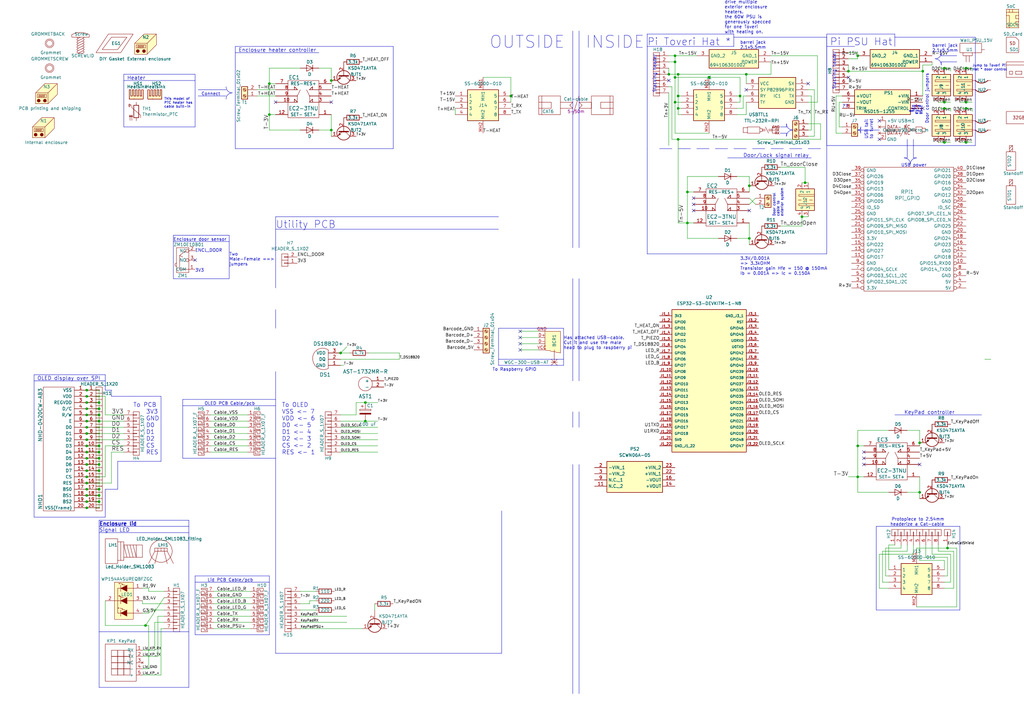
<source format=kicad_sch>
(kicad_sch (version 20230121) (generator eeschema)
  (paper "A3")
  (title_block (title "Authenticator") (rev "0.1") (company "Vaara-kirjastot"))
  (junction (at 149.86 172.72))
  (junction (at 35.56 208.28))
  (junction (at 35.56 205.74))
  (junction (at 387.35 44.45))
  (junction (at 35.56 172.72))
  (junction (at 276.86 41.91))
  (junction (at 377.19 201.93))
  (junction (at 396.24 41.91))
  (junction (at 59.69 256.54))
  (junction (at 35.56 167.64))
  (junction (at 149.86 165.1))
  (junction (at 387.35 41.91))
  (junction (at 281.94 91.44))
  (junction (at 35.56 182.88))
  (junction (at 351.79 195.58))
  (junction (at 377.19 181.61))
  (junction (at 40.64 182.88))
  (junction (at 330.2 74.93))
  (junction (at 351.79 22.86))
  (junction (at 278.13 57.15))
  (junction (at 35.56 180.34))
  (junction (at 378.46 29.21))
  (junction (at 40.64 172.72))
  (junction (at 135.89 53.34))
  (junction (at 278.13 44.45))
  (junction (at 347.98 29.21))
  (junction (at 35.56 162.56))
  (junction (at 35.56 170.18))
  (junction (at 307.34 76.2))
  (junction (at 40.64 185.42))
  (junction (at 276.86 31.75))
  (junction (at 110.49 34.29))
  (junction (at 278.13 39.37))
  (junction (at 40.64 187.96))
  (junction (at 388.62 224.79))
  (junction (at 35.56 193.04))
  (junction (at 306.07 30.48))
  (junction (at 35.56 200.66))
  (junction (at 35.56 175.26))
  (junction (at 40.64 190.5))
  (junction (at 276.86 25.4))
  (junction (at 40.64 205.74))
  (junction (at 35.56 165.1))
  (junction (at 35.56 198.12))
  (junction (at 396.24 27.94))
  (junction (at 35.56 177.8))
  (junction (at 35.56 190.5))
  (junction (at 40.64 203.2))
  (junction (at 40.64 170.18))
  (junction (at 35.56 160.02))
  (junction (at 40.64 200.66))
  (junction (at 209.55 39.37))
  (junction (at 35.56 185.42))
  (junction (at 35.56 203.2))
  (junction (at 281.94 78.74))
  (junction (at 387.35 27.94))
  (junction (at 351.79 182.88))
  (junction (at 278.13 30.48))
  (junction (at 307.34 97.79))
  (junction (at 274.32 30.48))
  (junction (at 135.89 33.02))
  (junction (at 290.83 31.75))
  (junction (at 40.64 193.04))
  (junction (at 328.93 88.9))
  (junction (at 110.49 46.99))
  (junction (at 396.24 44.45))
  (junction (at 139.7 144.78))
  (junction (at 387.35 58.42))
  (junction (at 35.56 187.96))
  (junction (at 40.64 167.64))
  (junction (at 276.86 22.86))
  (junction (at 396.24 58.42))
  (junction (at 40.64 165.1))
  (junction (at 35.56 195.58))
  (junction (at 303.53 39.37))
  (no_connect (at 347.98 31.75))
  (no_connect (at 360.68 49.53))
  (no_connect (at 360.68 57.15))
  (no_connect (at 213.36 135.89))
  (no_connect (at 284.48 83.82))
  (no_connect (at 307.34 86.36))
  (no_connect (at 378.46 44.45))
  (no_connect (at 284.48 81.28))
  (no_connect (at 354.33 187.96))
  (no_connect (at 213.36 140.97))
  (no_connect (at 354.33 190.5))
  (no_connect (at 284.48 86.36))
  (no_connect (at 377.19 190.5))
  (no_connect (at 213.36 138.43))
  (no_connect (at 306.07 36.83))
  (no_connect (at 113.03 41.91))
  (no_connect (at 354.33 185.42))
  (no_connect (at 213.36 143.51))
  (no_connect (at 135.89 41.91))
  (no_connect (at 80.01 106.68))
  (no_connect (at 331.47 34.29))
  (no_connect (at 274.32 33.02))
  (polyline (pts (xy 274.32 19.05) (xy 300.99 19.05)))
  (wire (pts (xy 387.35 233.68) (xy 387.35 229.87)))
  (polyline (pts (xy 323.85 60.96) (xy 328.93 60.96)))
  (wire (pts (xy 330.2 68.58) (xy 330.2 74.93)))
  (wire (pts (xy 387.35 236.22) (xy 388.62 236.22)))
  (wire (pts (xy 396.24 44.45) (xy 398.78 44.45)))
  (wire (pts (xy 307.34 97.79) (xy 307.34 100.33)))
  (polyline (pts (xy 113.03 267.97) (xy 205.74 267.97)))
  (wire (pts (xy 354.33 182.88) (xy 351.79 182.88)))
  (wire (pts (xy 129.54 250.19) (xy 123.19 250.19)))
  (wire (pts (xy 375.92 224.79) (xy 388.62 224.79)))
  (polyline (pts (xy 113.03 88.9) (xy 204.47 88.9)))
  (wire (pts (xy 393.7 44.45) (xy 396.24 44.45)))
  (wire (pts (xy 135.89 33.02) (xy 135.89 34.29)))
  (polyline (pts (xy 93.98 114.3) (xy 93.98 96.52)))
  (wire (pts (xy 278.13 57.15) (xy 336.55 57.15)))
  (wire (pts (xy 63.5 255.27) (xy 67.31 255.27)))
  (polyline (pts (xy 45.72 160.02) (xy 45.72 162.56)))
  (wire (pts (xy 35.56 185.42) (xy 40.64 185.42)))
  (wire (pts (xy 101.6 172.72) (xy 86.36 172.72)))
  (wire (pts (xy 151.13 144.78) (xy 163.83 144.78)))
  (wire (pts (xy 387.35 229.87) (xy 377.19 229.87)))
  (polyline (pts (xy 43.18 200.66) (xy 48.26 200.66)))
  (wire (pts (xy 351.79 195.58) (xy 351.79 201.93)))
  (polyline (pts (xy 231.14 147.32) (xy 204.47 147.32)))
  (wire (pts (xy 40.64 190.5) (xy 40.64 193.04)))
  (wire (pts (xy 331.47 39.37) (xy 332.74 39.37)))
  (wire (pts (xy 396.24 41.91) (xy 398.78 41.91)))
  (polyline (pts (xy 74.93 166.37) (xy 113.03 166.37)))
  (wire (pts (xy 351.79 195.58) (xy 354.33 195.58)))
  (wire (pts (xy 290.83 54.61) (xy 276.86 54.61)))
  (polyline (pts (xy 374.65 57.15) (xy 374.65 64.77)))
  (wire (pts (xy 220.98 143.51) (xy 213.36 143.51)))
  (wire (pts (xy 281.94 91.44) (xy 284.48 91.44)))
  (wire (pts (xy 105.41 39.37) (xy 113.03 39.37)))
  (wire (pts (xy 127 247.65) (xy 127 246.38)))
  (wire (pts (xy 143.51 144.78) (xy 139.7 144.78)))
  (polyline (pts (xy 81.28 36.83) (xy 92.71 36.83)))
  (wire (pts (xy 86.36 177.8) (xy 101.6 177.8)))
  (wire (pts (xy 276.86 31.75) (xy 290.83 31.75)))
  (wire (pts (xy 66.04 276.86) (xy 66.04 257.81)))
  (wire (pts (xy 102.87 257.81) (xy 87.63 257.81)))
  (wire (pts (xy 364.49 238.76) (xy 361.95 238.76)))
  (wire (pts (xy 384.81 226.06) (xy 384.81 223.52)))
  (polyline (pts (xy 392.43 22.86) (xy 386.08 22.86)))
  (wire (pts (xy 285.75 22.86) (xy 276.86 22.86)))
  (polyline (pts (xy 367.03 15.24) (xy 367.03 19.05)))
  (polyline (pts (xy 308.61 60.96) (xy 313.69 60.96)))
  (wire (pts (xy 63.5 266.7) (xy 63.5 255.27)))
  (polyline (pts (xy 74.93 187.96) (xy 113.03 187.96)))
  (wire (pts (xy 35.56 180.34) (xy 50.8 180.34)))
  (wire (pts (xy 384.81 27.94) (xy 387.35 27.94)))
  (polyline (pts (xy 40.64 281.94) (xy 77.47 281.94)))
  (polyline (pts (xy 43.18 153.67) (xy 13.97 153.67)))
  (wire (pts (xy 307.34 76.2) (xy 307.34 78.74)))
  (wire (pts (xy 336.55 50.8) (xy 331.47 50.8)))
  (wire (pts (xy 375.92 226.06) (xy 375.92 224.79)))
  (wire (pts (xy 148.59 257.81) (xy 123.19 257.81)))
  (wire (pts (xy 40.64 200.66) (xy 40.64 203.2)))
  (wire (pts (xy 344.17 41.91) (xy 344.17 52.07)))
  (wire (pts (xy 398.78 27.94) (xy 398.78 29.21)))
  (wire (pts (xy 149.86 172.72) (xy 154.94 172.72)))
  (wire (pts (xy 302.26 39.37) (xy 303.53 39.37)))
  (wire (pts (xy 274.32 25.4) (xy 276.86 25.4)))
  (wire (pts (xy 336.55 57.15) (xy 336.55 50.8)))
  (wire (pts (xy 377.19 181.61) (xy 377.19 176.53)))
  (wire (pts (xy 40.64 172.72) (xy 50.8 172.72)))
  (wire (pts (xy 377.19 201.93) (xy 377.19 204.47)))
  (polyline (pts (xy 234.95 190.5) (xy 234.95 284.48)))
  (polyline (pts (xy 113.03 88.9) (xy 113.03 118.11)))
  (polyline (pts (xy 96.52 19.05) (xy 96.52 60.96)))
  (wire (pts (xy 387.35 44.45) (xy 389.89 44.45)))
  (wire (pts (xy 87.63 250.19) (xy 102.87 250.19)))
  (polyline (pts (xy 234.95 101.6) (xy 234.95 12.7)))
  (polyline (pts (xy 331.47 60.96) (xy 336.55 60.96)))
  (wire (pts (xy 113.03 34.29) (xy 110.49 34.29)))
  (polyline (pts (xy 43.18 160.02) (xy 45.72 160.02)))
  (polyline (pts (xy 370.84 64.77) (xy 372.11 64.77)))
  (polyline (pts (xy 339.09 60.96) (xy 339.09 15.24)))
  (wire (pts (xy 35.56 190.5) (xy 40.64 190.5)))
  (wire (pts (xy 360.68 241.3) (xy 360.68 227.33)))
  (wire (pts (xy 392.43 224.79) (xy 388.62 224.79)))
  (wire (pts (xy 384.81 44.45) (xy 387.35 44.45)))
  (wire (pts (xy 274.32 27.94) (xy 274.32 30.48)))
  (polyline (pts (xy 80.01 260.35) (xy 80.01 236.22)))
  (polyline (pts (xy 298.45 64.77) (xy 332.74 64.77)))
  (wire (pts (xy 35.56 200.66) (xy 40.64 200.66)))
  (wire (pts (xy 328.93 88.9) (xy 331.47 88.9)))
  (polyline (pts (xy 265.43 19.05) (xy 265.43 60.96)))
  (polyline (pts (xy 13.97 212.09) (xy 43.18 212.09)))
  (wire (pts (xy 35.56 203.2) (xy 40.64 203.2)))
  (wire (pts (xy 35.56 177.8) (xy 50.8 177.8)))
  (wire (pts (xy 375.92 248.92) (xy 392.43 248.92)))
  (wire (pts (xy 391.16 226.06) (xy 384.81 226.06)))
  (polyline (pts (xy 386.08 21.59) (xy 386.08 22.86)))
  (polyline (pts (xy 234.95 175.26) (xy 234.95 168.91)))
  (wire (pts (xy 389.89 27.94) (xy 389.89 29.21)))
  (polyline (pts (xy 80.01 260.35) (xy 110.49 260.35)))
  (wire (pts (xy 209.55 31.75) (xy 209.55 39.37)))
  (wire (pts (xy 276.86 41.91) (xy 276.86 54.61)))
  (wire (pts (xy 35.56 198.12) (xy 45.72 198.12)))
  (wire (pts (xy 364.49 236.22) (xy 363.22 236.22)))
  (wire (pts (xy 303.53 31.75) (xy 303.53 39.37)))
  (wire (pts (xy 102.87 252.73) (xy 87.63 252.73)))
  (wire (pts (xy 87.63 255.27) (xy 102.87 255.27)))
  (wire (pts (xy 384.81 58.42) (xy 387.35 58.42)))
  (wire (pts (xy 87.63 242.57) (xy 102.87 242.57)))
  (wire (pts (xy 398.78 44.45) (xy 398.78 45.72)))
  (polyline (pts (xy 367.03 170.18) (xy 402.59 170.18)))
  (polyline (pts (xy 96.52 19.05) (xy 161.29 19.05)))
  (polyline (pts (xy 80.01 236.22) (xy 110.49 236.22)))
  (wire (pts (xy 342.9 54.61) (xy 345.44 54.61)))
  (polyline (pts (xy 265.43 13.97) (xy 274.32 13.97)))
  (polyline (pts (xy 320.04 54.61) (xy 322.58 54.61)))
  (wire (pts (xy 274.32 38.1) (xy 274.32 59.69)))
  (wire (pts (xy 275.59 35.56) (xy 275.59 57.15)))
  (wire (pts (xy 382.27 227.33) (xy 382.27 223.52)))
  (wire (pts (xy 139.7 149.86) (xy 140.97 149.86)))
  (wire (pts (xy 149.86 165.1) (xy 154.94 165.1)))
  (polyline (pts (xy 43.18 212.09) (xy 43.18 200.66)))
  (wire (pts (xy 154.94 182.88) (xy 139.7 182.88)))
  (wire (pts (xy 43.18 162.56) (xy 43.18 170.18)))
  (polyline (pts (xy 48.26 189.23) (xy 66.04 189.23)))
  (wire (pts (xy 127 246.38) (xy 129.54 246.38)))
  (wire (pts (xy 331.47 53.34) (xy 332.74 53.34)))
  (wire (pts (xy 334.01 55.88) (xy 334.01 36.83)))
  (wire (pts (xy 364.49 241.3) (xy 360.68 241.3)))
  (polyline (pts (xy 237.49 114.3) (xy 237.49 156.21)))
  (wire (pts (xy 40.64 182.88) (xy 40.64 185.42)))
  (wire (pts (xy 40.64 165.1) (xy 40.64 167.64)))
  (wire (pts (xy 35.56 172.72) (xy 40.64 172.72)))
  (wire (pts (xy 387.35 58.42) (xy 389.89 58.42)))
  (wire (pts (xy 220.98 138.43) (xy 213.36 138.43)))
  (wire (pts (xy 361.95 226.06) (xy 372.11 226.06)))
  (wire (pts (xy 304.8 39.37) (xy 304.8 44.45)))
  (polyline (pts (xy 400.05 59.69) (xy 339.09 59.69)))
  (wire (pts (xy 139.7 180.34) (xy 154.94 180.34)))
  (wire (pts (xy 378.46 29.21) (xy 347.98 29.21)))
  (wire (pts (xy 45.72 185.42) (xy 50.8 185.42)))
  (wire (pts (xy 58.42 251.46) (xy 60.96 251.46)))
  (wire (pts (xy 361.95 238.76) (xy 361.95 226.06)))
  (wire (pts (xy 278.13 46.99) (xy 279.4 46.99)))
  (wire (pts (xy 278.13 30.48) (xy 278.13 39.37)))
  (wire (pts (xy 387.35 41.91) (xy 389.89 41.91)))
  (polyline (pts (xy 265.43 19.05) (xy 274.32 19.05)))
  (wire (pts (xy 40.64 160.02) (xy 35.56 160.02)))
  (wire (pts (xy 393.7 27.94) (xy 396.24 27.94)))
  (wire (pts (xy 153.67 247.65) (xy 153.67 250.19)))
  (wire (pts (xy 393.7 58.42) (xy 396.24 58.42)))
  (wire (pts (xy 396.24 27.94) (xy 398.78 27.94)))
  (polyline (pts (xy 374.65 64.77) (xy 375.92 64.77)))
  (wire (pts (xy 306.07 41.91) (xy 306.07 46.99)))
  (wire (pts (xy 123.19 255.27) (xy 142.24 255.27)))
  (wire (pts (xy 377.19 201.93) (xy 372.11 201.93)))
  (polyline (pts (xy 40.64 213.36) (xy 40.64 281.94)))
  (wire (pts (xy 123.19 252.73) (xy 142.24 252.73)))
  (wire (pts (xy 278.13 44.45) (xy 279.4 44.45)))
  (wire (pts (xy 374.65 227.33) (xy 374.65 223.52)))
  (wire (pts (xy 60.96 251.46) (xy 60.96 250.19)))
  (wire (pts (xy 220.98 140.97) (xy 213.36 140.97)))
  (polyline (pts (xy 48.26 200.66) (xy 48.26 189.23)))
  (wire (pts (xy 86.36 175.26) (xy 101.6 175.26)))
  (wire (pts (xy 307.34 72.39) (xy 307.34 76.2)))
  (wire (pts (xy 35.56 175.26) (xy 50.8 175.26)))
  (wire (pts (xy 331.47 41.91) (xy 335.28 41.91)))
  (wire (pts (xy 316.23 25.4) (xy 316.23 30.48)))
  (polyline (pts (xy 237.49 101.6) (xy 237.49 12.7)))
  (wire (pts (xy 351.79 182.88) (xy 351.79 195.58)))
  (polyline (pts (xy 50.8 52.07) (xy 50.8 30.48)))
  (wire (pts (xy 43.18 182.88) (xy 50.8 182.88)))
  (wire (pts (xy 40.64 172.72) (xy 40.64 182.88)))
  (wire (pts (xy 302.26 97.79) (xy 307.34 97.79)))
  (wire (pts (xy 378.46 29.21) (xy 378.46 39.37)))
  (wire (pts (xy 186.69 44.45) (xy 186.69 46.99)))
  (wire (pts (xy 392.43 248.92) (xy 392.43 224.79)))
  (wire (pts (xy 35.56 167.64) (xy 40.64 167.64)))
  (wire (pts (xy 393.7 41.91) (xy 396.24 41.91)))
  (wire (pts (xy 276.86 22.86) (xy 276.86 25.4)))
  (wire (pts (xy 388.62 236.22) (xy 388.62 228.6)))
  (wire (pts (xy 35.56 182.88) (xy 40.64 182.88)))
  (wire (pts (xy 281.94 91.44) (xy 281.94 97.79)))
  (wire (pts (xy 388.62 228.6) (xy 379.73 228.6)))
  (wire (pts (xy 342.9 39.37) (xy 342.9 54.61)))
  (wire (pts (xy 294.64 72.39) (xy 281.94 72.39)))
  (wire (pts (xy 135.89 46.99) (xy 135.89 53.34)))
  (polyline (pts (xy 113.03 152.4) (xy 113.03 267.97)))
  (polyline (pts (xy 205.74 267.97) (xy 205.74 209.55)))
  (polyline (pts (xy 351.79 53.34) (xy 360.68 53.34)))
  (wire (pts (xy 43.18 170.18) (xy 50.8 170.18)))
  (wire (pts (xy 129.54 242.57) (xy 123.19 242.57)))
  (wire (pts (xy 58.42 266.7) (xy 63.5 266.7)))
  (polyline (pts (xy 270.51 60.96) (xy 275.59 60.96)))
  (polyline (pts (xy 359.41 250.19) (xy 359.41 215.9)))
  (wire (pts (xy 154.94 175.26) (xy 139.7 175.26)))
  (wire (pts (xy 347.98 24.13) (xy 351.79 24.13)))
  (wire (pts (xy 60.96 274.32) (xy 60.96 256.54)))
  (wire (pts (xy 198.12 31.75) (xy 209.55 31.75)))
  (polyline (pts (xy 110.49 260.35) (xy 110.49 236.22)))
  (wire (pts (xy 35.56 170.18) (xy 40.64 170.18)))
  (wire (pts (xy 146.05 170.18) (xy 146.05 165.1)))
  (wire (pts (xy 304.8 44.45) (xy 302.26 44.45)))
  (wire (pts (xy 43.18 195.58) (xy 43.18 182.88)))
  (polyline (pts (xy 96.52 60.96) (xy 161.29 60.96)))
  (polyline (pts (xy 77.47 213.36) (xy 40.64 213.36)))
  (polyline (pts (xy 316.23 60.96) (xy 321.31 60.96)))
  (polyline (pts (xy 80.01 33.02) (xy 50.8 33.02)))
  (wire (pts (xy 35.56 165.1) (xy 40.64 165.1)))
  (wire (pts (xy 309.88 83.82) (xy 307.34 81.28)))
  (wire (pts (xy 406.4 147.32) (xy 403.86 147.32)))
  (wire (pts (xy 139.7 147.32) (xy 163.83 147.32)))
  (polyline (pts (xy 280.67 60.96) (xy 283.21 60.96)))
  (polyline (pts (xy 80.01 238.76) (xy 110.49 238.76)))
  (polyline (pts (xy 339.09 104.14) (xy 265.43 104.14)))
  (wire (pts (xy 396.24 58.42) (xy 398.78 58.42)))
  (wire (pts (xy 307.34 97.79) (xy 307.34 91.44)))
  (wire (pts (xy 139.7 170.18) (xy 146.05 170.18)))
  (wire (pts (xy 110.49 27.94) (xy 123.19 27.94)))
  (polyline (pts (xy 300.99 15.24) (xy 300.99 19.05)))
  (polyline (pts (xy 13.97 153.67) (xy 13.97 212.09)))
  (polyline (pts (xy 367.03 15.24) (xy 400.05 15.24)))
  (wire (pts (xy 307.34 72.39) (xy 302.26 72.39)))
  (polyline (pts (xy 353.06 52.07) (xy 353.06 54.61)))
  (wire (pts (xy 35.56 195.58) (xy 43.18 195.58)))
  (wire (pts (xy 110.49 34.29) (xy 110.49 27.94)))
  (wire (pts (xy 58.42 269.24) (xy 64.77 269.24)))
  (polyline (pts (xy 393.7 215.9) (xy 393.7 250.19)))
  (wire (pts (xy 391.16 241.3) (xy 391.16 226.06)))
  (wire (pts (xy 290.83 31.75) (xy 303.53 31.75)))
  (wire (pts (xy 387.35 238.76) (xy 389.89 238.76)))
  (wire (pts (xy 281.94 72.39) (xy 281.94 78.74)))
  (wire (pts (xy 351.79 22.86) (xy 351.79 24.13)))
  (wire (pts (xy 320.04 92.71) (xy 328.93 92.71)))
  (wire (pts (xy 306.07 30.48) (xy 278.13 30.48)))
  (wire (pts (xy 110.49 46.99) (xy 110.49 53.34)))
  (wire (pts (xy 35.56 193.04) (xy 40.64 193.04)))
  (wire (pts (xy 275.59 35.56) (xy 274.32 35.56)))
  (wire (pts (xy 389.89 227.33) (xy 382.27 227.33)))
  (wire (pts (xy 274.32 22.86) (xy 276.86 22.86)))
  (wire (pts (xy 278.13 39.37) (xy 279.4 39.37)))
  (wire (pts (xy 40.64 208.28) (xy 35.56 208.28)))
  (polyline (pts (xy 237.49 168.91) (xy 237.49 175.26)))
  (wire (pts (xy 389.89 44.45) (xy 389.89 45.72)))
  (wire (pts (xy 43.18 256.54) (xy 59.69 256.54)))
  (wire (pts (xy 303.53 39.37) (xy 303.53 41.91)))
  (wire (pts (xy 281.94 78.74) (xy 281.94 91.44)))
  (wire (pts (xy 40.64 205.74) (xy 40.64 208.28)))
  (polyline (pts (xy 161.29 60.96) (xy 161.29 19.05)))
  (wire (pts (xy 110.49 46.99) (xy 110.49 34.29)))
  (wire (pts (xy 40.64 193.04) (xy 40.64 200.66)))
  (wire (pts (xy 102.87 245.11) (xy 87.63 245.11)))
  (polyline (pts (xy 339.09 60.96) (xy 339.09 104.14)))
  (polyline (pts (xy 372.11 57.15) (xy 372.11 64.77)))
  (wire (pts (xy 387.35 27.94) (xy 389.89 27.94)))
  (wire (pts (xy 372.11 226.06) (xy 372.11 223.52)))
  (wire (pts (xy 330.2 74.93) (xy 328.93 74.93)))
  (wire (pts (xy 43.18 246.38) (xy 43.18 256.54)))
  (polyline (pts (xy 204.47 134.62) (xy 231.14 134.62)))
  (wire (pts (xy 320.04 68.58) (xy 330.2 68.58)))
  (wire (pts (xy 351.79 201.93) (xy 364.49 201.93)))
  (polyline (pts (xy 265.43 104.14) (xy 265.43 60.96)))
  (wire (pts (xy 64.77 252.73) (xy 67.31 252.73)))
  (wire (pts (xy 360.68 227.33) (xy 374.65 227.33)))
  (wire (pts (xy 59.69 256.54) (xy 67.31 245.11)))
  (wire (pts (xy 60.96 256.54) (xy 59.69 256.54)))
  (polyline (pts (xy 300.99 60.96) (xy 306.07 60.96)))
  (polyline (pts (xy 80.01 52.07) (xy 50.8 52.07)))
  (wire (pts (xy 113.03 46.99) (xy 110.49 46.99)))
  (wire (pts (xy 220.98 135.89) (xy 213.36 135.89)))
  (wire (pts (xy 209.55 39.37) (xy 209.55 41.91)))
  (wire (pts (xy 364.49 233.68) (xy 364.49 223.52)))
  (wire (pts (xy 66.04 257.81) (xy 67.31 257.81)))
  (polyline (pts (xy 359.41 215.9) (xy 393.7 215.9)))
  (wire (pts (xy 335.28 41.91) (xy 335.28 22.86)))
  (polyline (pts (xy 231.14 149.86) (xy 231.14 134.62)))
  (wire (pts (xy 306.07 30.48) (xy 306.07 34.29)))
  (polyline (pts (xy 93.98 96.52) (xy 71.12 96.52)))
  (wire (pts (xy 378.46 26.67) (xy 382.27 26.67)))
  (wire (pts (xy 378.46 26.67) (xy 378.46 29.21)))
  (polyline (pts (xy 320.04 52.07) (xy 322.58 52.07)))
  (wire (pts (xy 64.77 269.24) (xy 64.77 252.73)))
  (wire (pts (xy 347.98 21.59) (xy 351.79 21.59)))
  (polyline (pts (xy 339.09 15.24) (xy 339.09 13.97)))
  (wire (pts (xy 135.89 27.94) (xy 135.89 33.02)))
  (wire (pts (xy 154.94 177.8) (xy 139.7 177.8)))
  (polyline (pts (xy 77.47 218.44) (xy 40.64 218.44)))
  (polyline (pts (xy 71.12 96.52) (xy 71.12 114.3)))
  (wire (pts (xy 274.32 30.48) (xy 278.13 30.48)))
  (polyline (pts (xy 392.43 25.4) (xy 386.08 25.4)))
  (wire (pts (xy 328.93 92.71) (xy 328.93 88.9)))
  (wire (pts (xy 387.35 241.3) (xy 391.16 241.3)))
  (polyline (pts (xy 204.47 149.86) (xy 204.47 134.62)))
  (wire (pts (xy 276.86 25.4) (xy 276.86 31.75)))
  (wire (pts (xy 364.49 223.52) (xy 367.03 223.52)))
  (wire (pts (xy 334.01 36.83) (xy 331.47 36.83)))
  (wire (pts (xy 35.56 187.96) (xy 40.64 187.96)))
  (polyline (pts (xy 96.52 21.59) (xy 130.81 21.59)))
  (wire (pts (xy 281.94 78.74) (xy 284.48 78.74)))
  (polyline (pts (xy 66.04 189.23) (xy 66.04 162.56)))
  (wire (pts (xy 278.13 44.45) (xy 278.13 46.99)))
  (polyline (pts (xy 285.75 60.96) (xy 290.83 60.96)))
  (wire (pts (xy 58.42 241.3) (xy 60.96 241.3)))
  (wire (pts (xy 101.6 185.42) (xy 86.36 185.42)))
  (wire (pts (xy 278.13 39.37) (xy 278.13 44.45)))
  (wire (pts (xy 60.96 250.19) (xy 67.31 250.19)))
  (polyline (pts (xy 339.09 13.97) (xy 367.03 13.97)))
  (wire (pts (xy 58.42 247.65) (xy 67.31 247.65)))
  (polyline (pts (xy 339.09 19.05) (xy 350.52 19.05)))
  (polyline (pts (xy 74.93 187.96) (xy 74.93 163.83)))
  (wire (pts (xy 60.96 242.57) (xy 67.31 242.57)))
  (wire (pts (xy 87.63 247.65) (xy 102.87 247.65)))
  (polyline (pts (xy 300.99 13.97) (xy 274.32 13.97)))
  (wire (pts (xy 135.89 53.34) (xy 130.81 53.34)))
  (polyline (pts (xy 50.8 30.48) (xy 80.01 30.48)))
  (polyline (pts (xy 400.05 15.24) (xy 400.05 59.69)))
  (polyline (pts (xy 234.95 114.3) (xy 234.95 156.21)))
  (wire (pts (xy 40.64 160.02) (xy 40.64 165.1)))
  (wire (pts (xy 347.98 29.21) (xy 347.98 26.67)))
  (wire (pts (xy 377.19 176.53) (xy 372.11 176.53)))
  (wire (pts (xy 351.79 182.88) (xy 351.79 176.53)))
  (wire (pts (xy 316.23 30.48) (xy 306.07 30.48)))
  (polyline (pts (xy 80.01 30.48) (xy 80.01 52.07)))
  (wire (pts (xy 344.17 52.07) (xy 345.44 52.07)))
  (wire (pts (xy 389.89 238.76) (xy 389.89 227.33)))
  (wire (pts (xy 276.86 31.75) (xy 276.86 41.91)))
  (polyline (pts (xy 40.64 215.9) (xy 77.47 215.9)))
  (wire (pts (xy 130.81 27.94) (xy 135.89 27.94)))
  (wire (pts (xy 377.19 182.88) (xy 377.19 181.61)))
  (polyline (pts (xy 237.49 190.5) (xy 237.49 284.48)))
  (polyline (pts (xy 40.64 259.08) (xy 77.47 259.08)))
  (polyline (pts (xy 386.08 25.4) (xy 386.08 26.67)))
  (wire (pts (xy 154.94 185.42) (xy 139.7 185.42)))
  (polyline (pts (xy 71.12 99.06) (xy 93.98 99.06)))
  (wire (pts (xy 58.42 276.86) (xy 66.04 276.86)))
  (wire (pts (xy 369.57 224.79) (xy 369.57 223.52)))
  (polyline (pts (xy 322.58 54.61) (xy 322.58 55.88)))
  (wire (pts (xy 388.62 224.79) (xy 388.62 223.52)))
  (wire (pts (xy 351.79 176.53) (xy 364.49 176.53)))
  (wire (pts (xy 123.19 247.65) (xy 127 247.65)))
  (wire (pts (xy 306.07 46.99) (xy 302.26 46.99)))
  (wire (pts (xy 281.94 97.79) (xy 294.64 97.79)))
  (wire (pts (xy 86.36 170.18) (xy 101.6 170.18)))
  (wire (pts (xy 281.94 91.44) (xy 278.13 91.44)))
  (wire (pts (xy 384.81 41.91) (xy 387.35 41.91)))
  (polyline (pts (xy 265.43 13.97) (xy 265.43 19.05)))
  (wire (pts (xy 40.64 170.18) (xy 40.64 172.72)))
  (wire (pts (xy 40.64 203.2) (xy 40.64 205.74)))
  (wire (pts (xy 363.22 236.22) (xy 363.22 224.79)))
  (polyline (pts (xy 367.03 13.97) (xy 367.03 15.24)))
  (wire (pts (xy 278.13 57.15) (xy 278.13 91.44)))
  (wire (pts (xy 377.19 229.87) (xy 377.19 223.52)))
  (wire (pts (xy 382.27 25.4) (xy 382.27 26.67)))
  (polyline (pts (xy 293.37 60.96) (xy 298.45 60.96)))
  (polyline (pts (xy 13.97 156.21) (xy 43.18 156.21)))
  (wire (pts (xy 351.79 195.58) (xy 347.98 195.58)))
  (wire (pts (xy 345.44 39.37) (xy 342.9 39.37)))
  (polyline (pts (xy 45.72 162.56) (xy 66.04 162.56)))
  (wire (pts (xy 35.56 162.56) (xy 43.18 162.56)))
  (wire (pts (xy 58.42 246.38) (xy 58.42 247.65)))
  (wire (pts (xy 377.19 195.58) (xy 377.19 201.93)))
  (polyline (pts (xy 339.09 15.24) (xy 300.99 15.24)))
  (wire (pts (xy 276.86 41.91) (xy 279.4 41.91)))
  (wire (pts (xy 101.6 180.34) (xy 86.36 180.34)))
  (wire (pts (xy 302.26 41.91) (xy 303.53 41.91)))
  (polyline (pts (xy 393.7 250.19) (xy 359.41 250.19)))
  (wire (pts (xy 331.47 55.88) (xy 334.01 55.88)))
  (polyline (pts (xy 81.28 39.37) (xy 92.71 39.37)))
  (wire (pts (xy 351.79 21.59) (xy 351.79 22.86)))
  (wire (pts (xy 275.59 57.15) (xy 278.13 57.15)))
  (wire (pts (xy 60.96 241.3) (xy 60.96 242.57)))
  (wire (pts (xy 35.56 205.74) (xy 40.64 205.74)))
  (polyline (pts (xy 300.99 15.24) (xy 300.99 13.97)))
  (wire (pts (xy 363.22 224.79) (xy 369.57 224.79)))
  (polyline (pts (xy 322.58 50.8) (xy 322.58 52.07)))
  (wire (pts (xy 40.64 167.64) (xy 40.64 170.18)))
  (wire (pts (xy 40.64 187.96) (xy 40.64 190.5)))
  (polyline (pts (xy 113.03 127) (xy 113.03 134.62)))
  (wire (pts (xy 345.44 41.91) (xy 344.17 41.91)))
  (polyline (pts (xy 43.18 153.67) (xy 43.18 160.02)))
  (wire (pts (xy 309.88 81.28) (xy 307.34 83.82)))
  (wire (pts (xy 40.64 185.42) (xy 40.64 187.96)))
  (wire (pts (xy 332.74 53.34) (xy 332.74 39.37)))
  (wire (pts (xy 330.2 74.93) (xy 331.47 74.93)))
  (wire (pts (xy 105.41 36.83) (xy 113.03 36.83)))
  (wire (pts (xy 139.7 144.78) (xy 142.24 142.24)))
  (polyline (pts (xy 113.03 93.98) (xy 204.47 93.98)))
  (wire (pts (xy 316.23 22.86) (xy 335.28 22.86)))
  (wire (pts (xy 86.36 182.88) (xy 101.6 182.88)))
  (wire (pts (xy 306.07 39.37) (xy 304.8 39.37)))
  (wire (pts (xy 146.05 165.1) (xy 149.86 165.1)))
  (polyline (pts (xy 339.09 59.69) (xy 339.09 15.24)))
  (wire (pts (xy 45.72 198.12) (xy 45.72 185.42)))
  (wire (pts (xy 58.42 274.32) (xy 60.96 274.32)))
  (polyline (pts (xy 77.47 213.36) (xy 77.47 281.94)))
  (wire (pts (xy 163.83 144.78) (xy 163.83 147.32)))
  (wire (pts (xy 139.7 172.72) (xy 149.86 172.72)))
  (wire (pts (xy 135.89 53.34) (xy 135.89 55.88)))
  (wire (pts (xy 110.49 53.34) (xy 123.19 53.34)))
  (polyline (pts (xy 71.12 114.3) (xy 93.98 114.3)))
  (polyline (pts (xy 204.47 149.86) (xy 231.14 149.86)))
  (polyline (pts (xy 74.93 163.83) (xy 113.03 163.83)))
  (wire (pts (xy 379.73 228.6) (xy 379.73 223.52)))
  (polyline (pts (xy 278.13 60.96) (xy 280.67 60.96)))
  (arc (start 373.38 67.31) (mid 374.1239 65.5139) (end 375.92 64.77))
  (arc (start 325.12 53.34) (mid 323.3239 52.5961) (end 322.58 50.8))
  (arc (start 383.54 24.13) (mid 385.3361 24.8739) (end 386.08 26.67))
  (arc (start 370.84 64.77) (mid 372.6361 65.5139) (end 373.38 67.31))
  (arc (start 353.06 52.07) (mid 352.688 52.968) (end 351.79 53.34))
  (arc (start 351.79 53.34) (mid 352.688 53.712) (end 353.06 54.61))
  (arc (start 386.08 21.59) (mid 385.3361 23.3861) (end 383.54 24.13))
  (arc (start 95.25 38.1) (mid 93.4539 37.3561) (end 92.71 35.56))
  (arc (start 322.58 55.88) (mid 323.3239 54.0839) (end 325.12 53.34))
  (arc (start 92.71 40.64) (mid 93.4539 38.8439) (end 95.25 38.1))
  (text "INSIDE" (at 240.03 20.32 0) (effects (font (size 5.0038 5.0038)) (justify left bottom)))
  (text "3.3V/0.001A\n=> 3.3kOHM\nTransistor gain Hfe = 150 @ 150mA\nIb = 0.001A => Ic = 0.150A" (at 303.53 113.03 0) (effects (font (size 1.27 1.27)) (justify left bottom)))
  (text "OLED display over SPI" (at 15.24 156.21 0) (effects (font (size 1.524 1.524)) (justify left bottom)))
  (text "Stacking header" (at 342.9 36.83 90) (effects (font (size 1.27 1.27)) (justify left bottom)))
  (text "Two\nMale-Female ==>\njumpers" (at 93.98 109.22 0) (effects (font (size 1.27 1.27)) (justify left bottom)))
  (text "Has attached USB-cable.\nCut it and use the male\nhead to plug to raspberry pi" (at 231.14 143.51 0) (effects (font (size 1.27 1.27)) (justify left bottom)))
  (text "OLED PCB Cable/pcb" (at 83.82 166.37 0) (effects (font (size 1.27 1.27)) (justify left bottom)))
  (text "This model of\nPTC heater has\ncable built-in" (at 67.31 44.45 0) (effects (font (size 0.9906 0.9906)) (justify left bottom)))
  (text "USB power" (at 369.57 68.58 0) (effects (font (size 1.27 1.27)) (justify left bottom)))
  (text "KeyPad controller" (at 370.84 170.18 0) (effects (font (size 1.524 1.524)) (justify left bottom)))
  (text "Lid PCB Cable/pcb" (at 85.09 238.76 0) (effects (font (size 1.27 1.27)) (justify left bottom)))
  (text "OUTSIDE" (at 200.66 20.32 0) (effects (font (size 5.0038 5.0038)) (justify left bottom)))
  (text "To PCB\n    3V3\n    GND\n    D0\n    D1\n    D2\n    CS\n    RES" (at 54.61 186.69 0) (effects (font (size 1.7272 1.7272)) (justify left bottom)))
  (text "To OLED\nVSS <- 7\nVDD <- 6\nD0 <- 5\nD1 <- 4\nD2 <- 3\nCS <- 2\nRES <- 1" (at 115.57 186.69 0) (effects (font (size 1.7272 1.7272)) (justify left bottom)))
  (text "Door/Lock signal relay" (at 304.8 64.77 0) (effects (font (size 1.524 1.524)) (justify left bottom)))
  (text "Stacking header" (at 269.24 38.1 90) (effects (font (size 1.27 1.27)) (justify left bottom)))
  (text "Pi PSU Hat" (at 340.36 19.05 0) (effects (font (size 2.9972 2.9972)) (justify left bottom)))
  (text "Enclosure lid" (at 40.64 215.9 0) (effects (font (size 1.524 1.524) (thickness 0.3048) bold) (justify left bottom)))
  (text "USB tail\nto turret" (at 358.14 57.15 90) (effects (font (size 1.27 1.27)) (justify left bottom)))
  (text "??" (at 345.44 44.45 0) (effects (font (size 1.27 1.27)) (justify left bottom)))
  (text "Jump to Toveri Pi\nHat * door control" (at 398.78 29.21 0) (effects (font (size 1 1)) (justify left bottom)))
  (text "To Raspberry GPIO" (at 201.93 152.4 0) (effects (font (size 1.27 1.27)) (justify left bottom)))
  (text "Utility PCB" (at 113.03 93.98 0) (effects (font (size 2.9972 2.9972)) (justify left bottom)))
  (text "Protopiece to 2,54mm\nheaderize a Cat-cable" (at 387.35 215.9 0) (effects (font (size 1.27 1.27)) (justify right bottom)))
  (text "Door control\ncable to\nexterior system" (at 321.31 88.9 90) (effects (font (size 1 1)) (justify left bottom)))
  (text "Pi Toveri Hat *" (at 265.43 19.05 0) (effects (font (size 2.9972 2.9972)) (justify left bottom)))
  (text "barrel jack\n2.1x5.5mm" (at 303.53 20.32 0) (effects (font (size 1.27 1.27)) (justify left bottom)))
  (text "Door control jumpers" (at 381 50.8 90) (effects (font (size 1.27 1.27)) (justify left bottom)))
  (text "Signal LED" (at 40.64 218.44 0) (effects (font (size 1.524 1.524)) (justify left bottom)))
  (text "Enclosure door sensor" (at 71.12 99.06 0) (effects (font (size 1.27 1.27)) (justify left bottom)))
  (text "Heater" (at 52.07 33.02 0) (effects (font (size 1.524 1.524)) (justify left bottom)))
  (text "Connect" (at 82.55 39.37 0) (effects (font (size 1.27 1.27)) (justify left bottom)))
  (text "barrel jack\n2.1x5.5mm" (at 382.27 21.59 0) (effects (font (size 1.27 1.27)) (justify left bottom)))
  (text "OPTIONAL:\nAdd more PSU to\ndrive multiple\nexterior enclosure\nheaters.\nthe 60W PSU is\ngenerously specced\nfor one Toveri\nwith heating on." (at 297.18 13.97 0) (effects (font (size 1.27 1.27)) (justify left bottom)))
  (text "ENCL_DOOR\n\n\n\n3V3" (at 80.01 111.76 0) (effects (font (size 1.27 1.27)) (justify left bottom)))
  (text "CONTROL:\nlogic 1 or\nopen circuit\nfor ON" (at 378.46 46.99 0) (effects (font (size 0.6 0.6)) (justify right bottom)))
  (text "Enclosure heater controller" (at 97.79 21.59 0) (effects (font (size 1.524 1.524)) (justify left bottom)))
  (label "G3,3V" (at 58.42 251.46 0))
  (label "KeyPadPSU+" (at 123.19 257.81 0) (effects (font (size 0.9906 0.9906))))
  (label "3V3" (at 121.92 107.95 0))
  (label "T-3V" (at 154.94 172.72 0) (effects (font (size 0.9906 0.9906))))
  (label "D2Open" (at 389.89 41.91 180))
  (label "Cable_PSU+" (at 88.9 257.81 0))
  (label "R-15V" (at 351.79 22.86 180))
  (label "T+5V" (at 377.19 187.96 0))
  (label "R-5V" (at 347.98 34.29 0))
  (label "OLED_SOMI" (at 139.7 180.34 0) (effects (font (size 0.9906 0.9906))))
  (label "D4Open" (at 349.25 80.01 180))
  (label "D1" (at 45.72 177.8 0) (effects (font (size 1.7272 1.7272))))
  (label "T-15V" (at 186.69 41.91 180))
  (label "D4Close" (at 349.25 77.47 180))
  (label "Cable_D0" (at 87.63 175.26 0))
  (label "R-5V" (at 396.24 113.03 0))
  (label "D2Open" (at 396.24 80.01 0))
  (label "T_KeyPadOn" (at 389.89 196.85 0))
  (label "3V3" (at 45.72 170.18 0) (effects (font (size 1.7272 1.7272))))
  (label "OLED_RES" (at 139.7 185.42 0) (effects (font (size 0.9906 0.9906))))
  (label "D2Close" (at 389.89 29.21 180))
  (label "LED_G" (at 137.16 250.19 0) (effects (font (size 0.9906 0.9906))))
  (label "Cable_LED_R" (at 88.9 242.57 0))
  (label "Lid_KP_+" (at 58.42 276.86 0) (effects (font (size 0.9906 0.9906))))
  (label "RES" (at 45.72 185.42 0) (effects (font (size 1.7272 1.7272))))
  (label "T-3V" (at 140.97 149.86 0) (effects (font (size 0.9906 0.9906))))
  (label "Barcode_D+" (at 194.31 138.43 180))
  (label "T_TX" (at 209.55 46.99 0))
  (label "Cable_CS" (at 87.63 182.88 0))
  (label "U1TXD" (at 270.51 175.26 180))
  (label "LED_G" (at 270.51 147.32 180))
  (label "D3Open" (at 349.25 74.93 180))
  (label "Cable_TX" (at 88.9 252.73 0))
  (label "Barcode_GND" (at 194.31 135.89 180))
  (label "CS" (at 45.72 182.88 0) (effects (font (size 1.7272 1.7272))))
  (label "R+15V" (at 349.25 29.21 0))
  (label "D1Close" (at 396.24 69.85 0))
  (label "LED_B" (at 137.16 246.38 0) (effects (font (size 0.9906 0.9906))))
  (label "T+3V" (at 146.05 55.88 0) (effects (font (size 0.9906 0.9906))))
  (label "ENCL_DOOR" (at 121.92 105.41 0))
  (label "T+3V" (at 158.75 257.81 0))
  (label "B3,4V" (at 58.42 246.38 0))
  (label "T_KeyPadON" (at 161.29 247.65 0))
  (label "OLED_CS" (at 139.7 182.88 0) (effects (font (size 0.9906 0.9906))))
  (label "Cable_D2" (at 87.63 180.34 0))
  (label "Tn+3V" (at 317.5 100.33 0) (effects (font (size 0.9906 0.9906))))
  (label "T-3V" (at 157.48 158.75 0) (effects (font (size 0.9906 0.9906))))
  (label "R+3V" (at 347.98 36.83 0))
  (label "OLED_MOSI" (at 139.7 177.8 0) (effects (font (size 0.9906 0.9906))))
  (label "Lid_KP_RX" (at 58.42 266.7 0) (effects (font (size 0.9906 0.9906))))
  (label "T+3V" (at 154.94 165.1 0) (effects (font (size 0.9906 0.9906))))
  (label "KeyPadTX" (at 123.19 252.73 0) (effects (font (size 0.9906 0.9906))))
  (label "ExtraCatShield" (at 388.62 223.52 0) (effects (font (size 0.9906 0.9906))))
  (label "D2" (at 45.72 180.34 0) (effects (font (size 1.7272 1.7272))))
  (label "R1,9V" (at 58.42 241.3 0))
  (label "Tn_doorOpen" (at 320.04 92.71 0) (effects (font (size 1.5494 1.5494))))
  (label "LED_R" (at 270.51 144.78 180))
  (label "R+3V" (at 349.25 118.11 180))
  (label "Tn-5V" (at 292.1 57.15 0))
  (label "Barcode_5V" (at 194.31 143.51 180))
  (label "Tn-15V" (at 285.75 22.86 180))
  (label "Cable_RES" (at 87.63 185.42 0))
  (label "T-3V" (at 123.19 245.11 0) (effects (font (size 0.9906 0.9906))))
  (label "T_KeyPad+5V" (at 377.19 185.42 0))
  (label "T-3V" (at 347.98 195.58 180) (effects (font (size 1.5494 1.5494))))
  (label "Cable_LED_B" (at 88.9 247.65 0))
  (label "T_PIEZO" (at 157.48 156.21 0) (effects (font (size 0.9906 0.9906))))
  (label "R-15V" (at 382.27 22.86 0))
  (label "Cable_VSS" (at 87.63 170.18 0))
  (label "T-HEAT" (at 113.03 36.83 180))
  (label "D1Open" (at 389.89 58.42 180))
  (label "T_HEAT_OFF" (at 270.51 137.16 180))
  (label "T+3V" (at 387.35 204.47 0) (effects (font (size 0.9906 0.9906))))
  (label "Tn+15V" (at 316.23 26.67 0))
  (label "T+HEAT" (at 113.03 39.37 180))
  (label "D1Open" (at 396.24 72.39 0))
  (label "Cable_VDD" (at 87.63 172.72 0))
  (label "LED_B" (at 270.51 149.86 180))
  (label "Tn_TX" (at 332.74 46.99 180))
  (label "T+15V" (at 186.69 39.37 180))
  (label "Cable_GND" (at 88.9 245.11 0))
  (label "D3Open" (at 398.78 58.42 180))
  (label "Lid_GND" (at 58.42 274.32 0) (effects (font (size 0.9906 0.9906))))
  (label "RU-5V" (at 344.17 48.26 0))
  (label "D0" (at 45.72 175.26 0) (effects (font (size 1.7272 1.7272))))
  (label "D2Close" (at 396.24 74.93 0))
  (label "OLED_CS" (at 311.15 170.18 0))
  (label "OLED_SOMI" (at 311.15 165.1 0))
  (label "D3Close" (at 349.25 72.39 180))
  (label "T_DS18B20" (at 270.51 142.24 180))
  (label "T+HEAT" (at 186.69 45.72 180))
  (label "T_PIEZO" (at 270.51 139.7 180))
  (label "GND" (at 45.72 172.72 0) (effects (font (size 1.7272 1.7272))))
  (label "Tn+3V" (at 317.5 76.2 0) (effects (font (size 0.9906 0.9906))))
  (label "T+HEAT" (at 135.89 39.37 0))
  (label "T-HEAT" (at 135.89 36.83 0))
  (label "Cable_LED_G" (at 88.9 250.19 0))
  (label "OLED_SCLK" (at 311.15 182.88 0))
  (label "Cable_RX" (at 88.9 255.27 0))
  (label "T-HEAT" (at 209.55 40.64 0))
  (label "Tn_doorClose" (at 320.04 68.58 0) (effects (font (size 1.5494 1.5494))))
  (label "KeyPadRX" (at 123.19 255.27 0) (effects (font (size 0.9906 0.9906))))
  (label "Barcode_D-" (at 194.31 140.97 180))
  (label "T_RX" (at 209.55 44.45 0))
  (label "D4Open" (at 398.78 41.91 180))
  (label "Lid_KP_TX" (at 58.42 269.24 0) (effects (font (size 0.9906 0.9906))))
  (label "RU+5V" (at 342.9 39.37 270))
  (label "LED_R" (at 137.16 242.57 0) (effects (font (size 0.9906 0.9906))))
  (label "T_HEAT_OFF" (at 148.59 25.4 0))
  (label "OLED_MOSI" (at 311.15 167.64 0))
  (label "T_DS18B20" (at 163.83 147.32 0) (effects (font (size 0.9906 0.9906))))
  (label "T_HEAT_ON" (at 148.59 48.26 0))
  (label "Tn-15V" (at 316.23 22.86 0))
  (label "D3Close" (at 398.78 45.72 180))
  (label "U1RXD" (at 270.51 177.8 180))
  (label "D4Close" (at 398.78 29.21 180))
  (label "Tn-5V" (at 280.67 91.44 90) (effects (font (size 1.5494 1.5494))))
  (label "T-3V" (at 110.49 46.99 270) (effects (font (size 1.5494 1.5494))))
  (label "OLED_RES" (at 311.15 162.56 0))
  (label "T+3V" (at 146.05 33.02 0) (effects (font (size 0.9906 0.9906))))
  (label "T_HEAT_ON" (at 270.51 134.62 180))
  (label "T+3V" (at 387.35 181.61 0) (effects (font (size 0.9906 0.9906))))
  (label "T_KeyPadOff" (at 389.89 173.99 0))
  (label "Tn+3V" (at 274.32 48.26 90))
  (label "R-15V" (at 378.46 41.91 180))
  (label "Cable_D1" (at 87.63 177.8 0))
  (label "T-HEAT" (at 198.12 54.61 0))
  (label "OLED_SCLK" (at 139.7 175.26 0) (effects (font (size 0.9906 0.9906))))
  (label "D1Close" (at 389.89 45.72 180))
  (label "Tn_RX" (at 334.01 46.99 0))
  (label "T+3V" (at 142.24 142.24 0) (effects (font (size 0.9906 0.9906))))
  (symbol (lib_id "authenticator-rescue:RPi_GPIO-Koha-Suomi") (at 354.33 118.11 0) (mirror x) (unit 1)
    (property "Reference" "RPi1" (at 372.11 78.74 0) (effects (font (size 1.524 1.524))))
    (property "Value" "RPi_GPIO" (at 372.11 81.28 0) (effects (font (size 1.524 1.524))))
    (property "Footprint" "Koha-Suomi:PI_GPIO_Header_F_2x20" (effects hide))
    (property "Datasheet" "https://www.mouser.fi/datasheet/2/527/esw_th-1369991.pdf" (effects hide))
    (property "Model" "ESW-120-24-L-D" (effects hide))
    (property "Title" "Samtec, ESQ 2.54mm Pitch 40 Way 2 Row Vertical PCB Socket, Through Hole, Solder Termination" (effects hide))
    (property "Manufacturer" "Samtec" (effects hide))
    (property "Supplier" "Mouser" (effects hide))
    (property "BodyHeight" "13.59mm" (effects hide))
    (property "ALV0%€" "6.00" (effects hide))
  )
  (symbol (lib_id "authenticator-rescue:CP") (at 149.86 168.91 0) (unit 1)
    (property "Reference" "C1" (at 150.495 166.37 0) (effects (justify left)))
    (property "Value" "100 uF" (at 147.32 173.99 0) (effects (justify left)))
    (property "Footprint" "Koha-Suomi:UMW0G101MDD" (effects hide))
    (property "Datasheet" "https://www.mouser.fi/datasheet/2/293/e-umw-1219455.pdf" (effects hide))
    (property "Model" "UMW0G101MDD" (effects hide))
    (property "Title" "Aluminium Electrolytic Capacitors - Radial Leaded 4volts 100uF 85c 5x5 2LS" (effects hide))
    (property "Manufacturer" "Nichicon" (effects hide))
    (property "ALV0%€" "0.297" (effects hide))
    (property "Supplier" "mouser.fi" (effects hide))
  )
  (symbol (lib_id "authenticator-rescue:R") (at 147.32 144.78 90) (unit 1)
    (property "Reference" "R4" (at 147.32 142.748 90))
    (property "Value" "4.7k" (at 147.32 144.78 90))
    (property "Footprint" "Koha-Suomi:Resistor_ThroughHole_6.3x2.3mm_Spacing2.54mm" (effects hide))
    (property "Datasheet" "https://www.mouser.fi/datasheet/2/219/MF-MFS-RK-18760.pdf" (effects hide))
    (property "Model" "MF1/4DC4701F" (effects hide))
    (property "Title" "Metal Film Resistors - Through Hole 4.7K 1% 100PPM" (effects hide))
    (property "Manufacturer" "KOE Speer" (effects hide))
    (property "ALV0%€" "0.231" (effects hide))
    (property "Supplier" "mouser.fi" (effects hide))
  )
  (symbol (lib_id "authenticator-rescue:R") (at 133.35 242.57 270) (unit 1)
    (property "Reference" "R1" (at 129.54 241.3 90))
    (property "Value" "110" (at 133.35 242.57 90))
    (property "Footprint" "Koha-Suomi:Resistor_ThroughHole_6.3x2.3mm_Spacing2.54mm" (effects hide))
    (property "Datasheet" "https://www.mouser.fi/datasheet/2/219/MF-MFS-RK-18760.pdf" (effects hide))
    (property "Model" "MF1/4DC1000F" (effects hide))
    (property "Title" "Metal Film Resistors - Through Hole 100ohm 1% 100PPM" (effects hide))
    (property "Manufacturer" "KOA Speer" (effects hide))
    (property "ALV0%€" "0.231" (effects hide))
    (property "Supplier" "mouser.fi" (effects hide))
  )
  (symbol (lib_id "authenticator-rescue:R") (at 133.35 246.38 270) (unit 1)
    (property "Reference" "R2" (at 129.54 245.11 90))
    (property "Value" "220" (at 133.35 246.38 90))
    (property "Footprint" "Koha-Suomi:Resistor_ThroughHole_6.3x2.3mm_Spacing2.54mm" (effects hide))
    (property "Datasheet" "https://www.mouser.fi/datasheet/2/219/MF-MFS-RK-18760.pdf" (effects hide))
    (property "Model" "MF1/4DC2200F" (effects hide))
    (property "Title" "Metal Film Resistors - Through Hole 1/4 WATT 220 OHM 1%" (effects hide))
    (property "Manufacturer" "KOA Speer" (effects hide))
    (property "ALV0%€" "0.191" (effects hide))
    (property "Supplier" "mouser.fi" (effects hide))
  )
  (symbol (lib_id "authenticator-rescue:DS18B20+") (at 134.62 143.51 0) (unit 1)
    (property "Reference" "DS1" (at 133.35 153.67 0) (effects (font (size 1.524 1.524))))
    (property "Value" "DS18B20+" (at 134.62 140.97 0) (effects (font (size 1.524 1.524))))
    (property "Footprint" "Koha-Suomi:TO-92_Inline_Wide" (effects hide))
    (property "Datasheet" "https://www.mouser.fi/datasheet/2/256/DS18B20-370043.pdf" (effects hide))
    (property "Model" "DS18B20+" (effects hide))
    (property "Title" "Board Mount Temperature Sensors Prgmble Resolution 1-Wire Parasite Pwr" (effects hide))
    (property "Manufacturer" "Maxim Integrated" (effects hide))
    (property "ALV0%€" "3.53" (effects hide))
    (property "Supplier" "mouser.fi" (effects hide))
  )
  (symbol (lib_id "authenticator-rescue:AST-1732MR-R") (at 157.48 152.4 0) (unit 1)
    (property "Reference" "AST1" (at 149.86 162.56 0) (effects (font (size 1.524 1.524))))
    (property "Value" "AST-1732MR-R" (at 149.86 152.4 0) (effects (font (size 1.524 1.524))))
    (property "Footprint" "Koha-Suomi:AST-1732MR-R" (effects hide))
    (property "Datasheet" "https://www.mouser.fi/datasheet/2/334/AST-1732MR-R-72511.pdf" (effects hide))
    (property "Model" "AST-1732MR-R" (effects hide))
    (property "Title" "Speakers & Transducers SPEAKER 32OHM" (effects hide))
    (property "Manufacturer" "PUI Audio" (effects hide))
    (property "ALV0%€" "3.50" (effects hide))
  )
  (symbol (lib_id "authenticator-rescue:HEADER_S_1X07") (at 134.62 173.99 180) (unit 1)
    (property "Reference" "H9" (at 134.62 187.96 0))
    (property "Value" "HEADER_S_1X07" (at 132.08 177.8 90))
    (property "Footprint" "Koha-Suomi:Pin_Header_Straight_1x07_Pitch2.54mm_x-long" (effects hide))
    (property "Datasheet" "https://www.mouser.fi/datasheet/2/276/022102074_sd-589973.pdf" (effects hide))
    (property "Model" "22-10-2074" (effects hide))
    (property "Supplier" "www.mouser.fi" (effects hide))
    (property "Title" "Headers & Wire Housings KK 100 Hdr Flat VERT 20 Au 7Ckt" (effects hide))
    (property "Manufacturer" "Molex" (effects hide))
    (property "ALV0%€" "1.52" (effects hide))
  )
  (symbol (lib_id "authenticator-rescue:WP154A4SUREQBFZGC") (at 50.8 246.38 0) (unit 1)
    (property "Reference" "LED1" (at 52.07 243.84 0))
    (property "Value" "WP154A4SUREQBFZGC" (at 52.07 237.49 0))
    (property "Footprint" "Koha-Suomi:WP154A4SUREQBFZGC_real" (effects hide))
    (property "Datasheet" "https://www.mouser.fi/datasheet/2/216/WP154A4SUREQBFZGC-1173568.pdf" (effects hide))
    (property "Model" "WP154A4SUREQBFZGC" (effects hide))
    (property "Title" "Standard LEDs - Through Hole RGB 630/525/465nm 750/420/750mcd 60Deg" (effects hide))
    (property "Manufacturer" "Kingbright" (effects hide))
    (property "ALV0%€" "1.65" (effects hide))
    (property "Supplier" "mouser.fi" (effects hide))
  )
  (symbol (lib_id "authenticator-rescue:EC2-3TNU") (at 289.56 99.06 90) (unit 1)
    (property "Reference" "EC2" (at 292.1 76.2 90) (effects (font (size 1.524 1.524))))
    (property "Value" "EC2-3TNU" (at 295.91 88.9 90) (effects (font (size 1.524 1.524))))
    (property "Footprint" "Koha-Suomi:EC2-3TNU" (effects hide))
    (property "Datasheet" "https://www.mouser.fi/datasheet/2/212/KEM_R7002_EC2_EE2-1104574.pdf" (effects hide))
    (property "Model" "EC2-3TNU" (effects hide))
    (property "Title" "Low Signal Relays - PCB 3V 2A Dbl Latching LL=3.2mm" (effects hide))
    (property "Manufacturer" "KEMET" (effects hide))
    (property "ALV0%€" "2.42" (effects hide))
  )
  (symbol (lib_id "authenticator-rescue:D") (at 298.45 72.39 0) (mirror y) (unit 1)
    (property "Reference" "D1" (at 298.45 69.85 0))
    (property "Value" "D" (at 298.45 74.93 0))
    (property "Footprint" "Koha-Suomi:1N4154TAP" (effects hide))
    (property "Datasheet" "https://www.mouser.fi/datasheet/2/427/1n4154-241332.pdf" (effects hide))
    (property "Model" "1N4154TAP" (effects hide))
    (property "Title" "Diodes - General Purpose, Power, Switching Vr/35v Io/150mA" (effects hide))
    (property "Manufacturer" "Vishay Semiconductors" (effects hide))
    (property "ALV0%€" "0.135" (effects hide))
  )
  (symbol (lib_id "authenticator-rescue:D") (at 298.45 97.79 0) (mirror y) (unit 1)
    (property "Reference" "D2" (at 298.45 95.25 0))
    (property "Value" "D" (at 298.45 100.33 0))
    (property "Footprint" "Koha-Suomi:1N4154TAP" (effects hide))
    (property "Datasheet" "https://www.mouser.fi/datasheet/2/427/1n4154-241332.pdf" (effects hide))
    (property "Model" "1N4154TAP" (effects hide))
    (property "Title" "Diodes - General Purpose, Power, Switching Vr/35v Io/150mA" (effects hide))
    (property "Manufacturer" "Vishay Semiconductors" (effects hide))
    (property "ALV0%€" "0.135" (effects hide))
  )
  (symbol (lib_id "authenticator-rescue:Led_Holder_SML1083-Koha-Suomi") (at 48.26 226.06 0) (unit 1)
    (property "Reference" "LH1" (at 44.45 223.52 0) (effects (justify left)))
    (property "Value" "Led_Holder_SML1083" (at 43.18 232.41 0) (effects (justify left)))
    (property "Footprint" "Koha-Suomi:Bad_board_tag" (effects hide))
    (property "Model" "SML1083" (effects hide))
    (property "Title" "5mm LEDKEHYS/O-RENG./LINSSI, KROMI" (effects hide))
    (property "Manufacturer" "?" (effects hide))
    (property "Supplier" "www.yeint.fi" (effects hide))
    (property "ALV0%€" "2.19" (effects hide))
  )
  (symbol (lib_id "authenticator-rescue:LED_Holder_SML1083_fitting-Koha-Suomi") (at 66.04 226.06 0) (unit 1)
    (property "Reference" "LHI1" (at 64.77 223.52 0) (effects (justify left)))
    (property "Value" "LED_Holder_SML1083_fitting" (at 55.88 220.98 0) (effects (justify left)))
    (property "Footprint" "Koha-Suomi:Bad_board_tag" (effects hide))
    (property "Supplier" "3D printed" (effects hide))
    (property "ALV0%€" "10" (effects hide))
  )
  (symbol (lib_id "Mechanical:Housing") (at 19.05 52.07 0) (unit 1)
    (property "Reference" "N1" (at 16.51 49.53 0) (effects (justify left)))
    (property "Value" "Internal enclosure" (at 10.16 58.42 0) (effects (justify left)))
    (property "Datasheet" "https://www.ikea.com/fi/fi/p/lixhult-kaappi-metalli-valkoinen-50328665/" (effects hide))
    (property "Model" "LIXHULT" (effects hide))
    (property "Title" "LIXHULT Kaappi, metalli, valkoinen, 25x25 cm" (effects hide))
    (property "Manufacturer" "IKEA" (effects hide))
    (property "ALV0%€" "12.10" (effects hide))
    (property "Supplier" "IKEA" (effects hide))
  )
  (symbol (lib_id "authenticator-rescue:Enclosure_Gasket_1550KSGASKET-Koha-Suomi") (at 46.99 20.32 0) (unit 1)
    (property "Reference" "EG1" (at 45.72 17.78 0) (effects (justify left)))
    (property "Value" "DIY Gasket" (at 40.64 24.13 0) (effects (justify left)))
    (property "Footprint" "Koha-Suomi:Bad_board_tag" (effects hide))
    (property "Manufacturer" "Joensuun Kumipörssi" (effects hide))
    (property "Title" "Tiivistenauha mahd. kapea" (effects hide))
    (property "ALV0%€" "10" (effects hide))
  )
  (symbol (lib_id "authenticator-rescue:SoC-Koha-Suomi") (at 415.29 7.62 0) (unit 1)
    (property "Reference" "SOC1" (at 412.75 10.16 0) (effects (justify left)))
    (property "Value" "SoC" (at 412.75 2.54 0) (effects (justify left)))
    (property "Footprint" "Koha-Suomi:Bad_board_tag" (effects hide))
    (property "Model" "Raspberry Pi 3 Model B+" (effects hide))
    (property "Manufacturer" "Raspberry Pi" (effects hide))
    (property "Supplier" "fi.rsdelivers.com" (effects hide))
    (property "Title" "Raspberry Pi 3 Model B+" (effects hide))
    (property "ALV0%€" "39.30" (effects hide))
  )
  (symbol (lib_id "authenticator-rescue:SD_Card-Koha-Suomi") (at 415.29 19.05 0) (unit 1)
    (property "Reference" "SD1" (at 414.02 20.32 0) (effects (justify left)))
    (property "Value" "SD_Card" (at 411.48 13.97 0) (effects (justify left)))
    (property "Footprint" "Koha-Suomi:Bad_board_tag" (effects hide))
    (property "Model" "NOOBS_32GB_Retail" (effects hide))
    (property "Title" "SD Card preloaded with NOOBS - 32GB" (effects hide))
    (property "Supplier" "fi.rsdelivers.com" (effects hide))
    (property "Manufacturer" "Raspberry Pi" (effects hide))
    (property "ALV0%€" "12" (effects hide))
  )
  (symbol (lib_id "authenticator-rescue:Wall_PSU_5V-Koha-Suomi") (at 398.78 22.86 0) (unit 1)
    (property "Reference" "U1" (at 396.24 20.32 0) (effects (justify left)))
    (property "Value" "Wall_PSU_15V" (at 393.7 16.51 0) (effects (justify left)))
    (property "Footprint" "Koha-Suomi:Bad_board_tag" (effects hide))
    (property "Datasheet" "https://fi.rsdelivers.com/product/mean-well/gsm60e15-p1j/mean-well-60w-plug-in-ac/dc-adapter-15v-dc-output-4a-output/1792836" (effects hide))
    (property "Model" "GSM60E15-P1J" (effects hide))
    (property "Manufacturer" "MEAN WELL" (effects hide))
    (property "Title" "MEAN WELL 60W Plug-In AC/DC Adapter 15V dc Output, 4A Output" (effects hide))
    (property "Supplier" "fi.rsdelivers.com" (effects hide))
    (property "ALV0%€" "36.70" (effects hide))
    (property "Barrel jack" "2.1mm inner contact, 5.5mm outer contact" (effects hide))
  )
  (symbol (lib_id "authenticator-rescue:RPi_Enclosure-Koha-Suomi") (at 419.1 29.21 0) (unit 1)
    (property "Reference" "RPE1" (at 425.45 29.21 0) (effects (justify left)))
    (property "Value" "RPi_Enclosure" (at 425.45 26.67 0) (effects (justify left)))
    (property "Footprint" "Koha-Suomi:Bad_board_tag" (effects hide))
    (property "Model" "ASM-1900036-12_Bulk" (effects hide))
    (property "Title" "Raspberry Pi 3 Enclosure, White (bulk)" (effects hide))
    (property "Manufacturer" "DesignSpark" (effects hide))
    (property "Supplier" "fi.rsdelivers.com" (effects hide))
    (property "ALV0%€" "5.40" (effects hide))
  )
  (symbol (lib_id "authenticator-rescue:USB-Stick-Koha-Suomi") (at 417.83 48.26 0) (unit 1)
    (property "Reference" "US1" (at 426.1612 47.0916 0) (effects (justify left)))
    (property "Value" "USB-Stick" (at 426.1612 49.403 0) (effects (justify left)))
    (property "Model" "THN-U401S0320E4" (effects hide))
    (property "Title" "Toshiba 32GB TransMemory USB2.0 Metal" (effects hide))
    (property "Manufacturer" "Toshiba" (effects hide))
    (property "Supplier" "fi.rsdelivers.com" (effects hide))
    (property "ALV0%€" "17.20" (effects hide))
  )
  (symbol (lib_id "authenticator-rescue:Standoff-Koha-Suomi") (at 414.02 76.2 0) (unit 1)
    (property "Reference" "STO1" (at 414.02 82.55 90) (effects (justify left)))
    (property "Value" "Standoff x2" (at 411.48 85.09 0) (effects (justify left)))
    (property "Footprint" "Koha-Suomi:Bad_board_tag" (effects hide))
    (property "Model" "2337" (effects hide))
    (property "Title" "Adafruit Brass M2.5 Standoffs 16mm tall - Black Plated - Pack of 2" (effects hide))
    (property "Manufacturer" "Adafruit" (effects hide))
    (property "Supplier" "thepihut.com" (effects hide))
    (property "ALV0%€" "1.14" (effects hide))
  )
  (symbol (lib_id "Connector:Screw_Terminal_01x02") (at 314.96 81.28 0) (unit 1)
    (property "Reference" "T2" (at 312.42 85.09 0))
    (property "Value" "Screw_Terminal_01x02" (effects hide))
    (property "Footprint" "Koha-Suomi:Screw_Terminal_01x02 (Molex)" (effects hide))
    (property "Datasheet" "https://www.mouser.fi/datasheet/2/276/0398800302_TERMINAL_BLOCKS-167600.pdf" (effects hide))
    (property "Model" "39880-0302" (effects hide))
    (property "Title" "Fixed Terminal Blocks 2 CKT TERM. BLOCK 5.08mm" (effects hide))
    (property "Manufacturer" "Molex" (effects hide))
    (property "ALV0%€" "0.648" (effects hide))
  )
  (symbol (lib_id "authenticator-rescue:HEADER_A_1X07_F-Koha-Suomi") (at 106.68 180.34 0) (unit 1)
    (property "Reference" "H6" (at 104.14 167.64 0) (effects (justify left)))
    (property "Value" "HEADER_A_1X07_F" (at 107.95 186.69 90) (effects (justify left)))
    (property "Footprint" "Koha-Suomi:Header-1x7-F (Molex 38-00-1337)" (effects hide))
    (property "Datasheet" "https://www.mouser.fi/datasheet/2/276/0038001337_PCB_RECEPTACLES-159893.pdf" (effects hide))
    (property "Model" "38-00-1337" (effects hide))
    (property "Supplier" "Mouser" (effects hide))
    (property "Manufacturer" "Molex" (effects hide))
    (property "ALV0%€" "1.22" (effects hide))
  )
  (symbol (lib_id "authenticator-rescue:HEADER_A_1X07_F-Koha-Suomi") (at 81.28 175.26 180) (unit 1)
    (property "Reference" "H5" (at 83.82 167.64 0) (effects (justify left)))
    (property "Value" "HEADER_A_1X07_F" (at 80.01 168.91 90) (effects (justify left)))
    (property "Footprint" "Koha-Suomi:Header-1x7-F (Molex 38-00-1337)" (effects hide))
    (property "Datasheet" "https://www.mouser.fi/datasheet/2/276/0038001337_PCB_RECEPTACLES-159893.pdf" (effects hide))
    (property "Model" "38-00-1337" (effects hide))
    (property "Supplier" "Mouser" (effects hide))
    (property "Manufacturer" "Molex" (effects hide))
    (property "ALV0%€" "1.22" (effects hide))
  )
  (symbol (lib_id "Device:Thermistor_PTC") (at 55.88 45.72 0) (unit 1)
    (property "Reference" "TH1" (at 58.3692 44.5516 0) (effects (justify left)))
    (property "Value" "Thermistor_PTC" (at 58.3692 46.863 0) (effects (justify left)))
    (property "Footprint" "Koha-Suomi:Bad_board_tag" (effects hide))
    (property "Datasheet" "https://docs-emea.rs-online.com/webdocs/0f72/0900766b80f72deb.pdf" (effects hide))
    (property "Model" "HPG-2/08-75X35-12-30" (effects hide))
    (property "Supplier" "fi.rsdelivers.com" (effects hide))
    (property "Title" "Enclosure Heating Element, 18W, 80°C, 12 → 30 V ac/dc" (effects hide))
    (property "Manufacturer" "DBK Enclosures" (effects hide))
    (property "ALV0%€" "15.30" (effects hide))
  )
  (symbol (lib_id "Mechanical:Heatsink") (at 63.5 40.64 0) (unit 1)
    (property "Reference" "HS2" (at 62.23 34.29 0) (effects (justify left)))
    (property "Value" "Heatsink" (at 59.69 35.56 0) (effects (justify left)))
    (property "Footprint" "Koha-Suomi:Bad_board_tag" (effects hide))
    (property "Datasheet" "https://www.mouser.fi/datasheet/2/2/Aavid-Board-Level-Heatsinks-Catalog-2018-1507171.pdf" (effects hide))
    (property "Model" "374624B00032G" (effects hide))
    (property "Title" "Heat Sinks Heatsink for Metal/Ceramic BGA Packages, Black Anodized, 35x35x10mm, IC Pkg Size = 35 x 35, Tape #32" (effects hide))
    (property "Manufacturer" "Aavid" (effects hide))
    (property "ALV0%€" "5.49" (effects hide))
  )
  (symbol (lib_id "Mechanical:Heatsink") (at 55.88 40.64 0) (unit 1)
    (property "Reference" "HS1" (at 54.61 34.29 0) (effects (justify left)))
    (property "Value" "Heatsink" (at 52.07 35.56 0) (effects (justify left)))
    (property "Footprint" "Koha-Suomi:Bad_board_tag" (effects hide))
    (property "Datasheet" "https://www.mouser.fi/datasheet/2/2/Aavid-Board-Level-Heatsinks-Catalog-2018-1507171.pdf" (effects hide))
    (property "Model" "374624B00032G" (effects hide))
    (property "Title" "Heat Sinks Heatsink for Metal/Ceramic BGA Packages, Black Anodized, 35x35x10mm, IC Pkg Size = 35 x 35, Tape #32" (effects hide))
    (property "Manufacturer" "Aavid" (effects hide))
    (property "ALV0%€" "5.49" (effects hide))
  )
  (symbol (lib_id "authenticator-rescue:R") (at 133.35 250.19 270) (unit 1)
    (property "Reference" "R3" (at 129.54 248.92 90))
    (property "Value" "220" (at 133.35 250.19 90))
    (property "Footprint" "Koha-Suomi:Resistor_ThroughHole_6.3x2.3mm_Spacing2.54mm" (effects hide))
    (property "Datasheet" "https://www.mouser.fi/datasheet/2/219/MF-MFS-RK-18760.pdf" (effects hide))
    (property "Model" "MF1/4DC2200F" (effects hide))
    (property "Title" "Metal Film Resistors - Through Hole 1/4 WATT 220 OHM 1%" (effects hide))
    (property "Manufacturer" "KOA Speer" (effects hide))
    (property "ALV0%€" "0.191" (effects hide))
    (property "Supplier" "mouser.fi" (effects hide))
  )
  (symbol (lib_id "authenticator-rescue:NHD-0420CW-AB3") (at 38.1 175.26 270) (unit 1)
    (property "Reference" "NHD1" (at 16.51 205.74 0) (effects (font (size 1.524 1.524))))
    (property "Value" "NHD-0420CW-AB3" (at 16.51 170.18 0) (effects (font (size 1.524 1.524))))
    (property "Footprint" "Koha-Suomi:Pin_Header_Straight_1x20_Pitch2.54mm" (effects hide))
    (property "Datasheet" "https://www.mouser.fi/datasheet/2/291/NHD-0420CW-AY3-587980.pdf" (effects hide))
    (property "Model" "NHD-0420CW-AY3" (effects hide))
    (property "Title" "OLED Displays & Accessories 4x20 Yellow Slim Character OLED" (effects hide))
    (property "Manufacturer" "Newhaven Display" (effects hide))
    (property "ALV0%€" "25.06" (effects hide))
    (property "Supplier" "mouser.fi" (effects hide))
  )
  (symbol (lib_id "authenticator-rescue:HEADER_S_1X07") (at 55.88 173.99 0) (mirror x) (unit 1)
    (property "Reference" "H4" (at 55.88 187.96 0))
    (property "Value" "HEADER_S_1X07" (at 58.42 177.8 90))
    (property "Footprint" "Koha-Suomi:Pin_Header_Straight_1x07_Pitch2.54mm_x-long" (effects hide))
    (property "Datasheet" "https://www.mouser.fi/datasheet/2/276/022102074_sd-589973.pdf" (effects hide))
    (property "Model" "22-10-2074" (effects hide))
    (property "Supplier" "www.mouser.fi" (effects hide))
    (property "Title" "Headers & Wire Housings KK 100 Hdr Flat VERT 20 Au 7Ckt" (effects hide))
    (property "Manufacturer" "Molex" (effects hide))
    (property "ALV0%€" "1.52" (effects hide))
  )
  (symbol (lib_id "Mechanical:Housing") (at 60.96 17.78 0) (unit 1)
    (property "Reference" "N2" (at 58.42 15.24 0) (effects (justify left)))
    (property "Value" "External enclosure" (at 52.07 24.13 0) (effects (justify left)))
    (property "Title" "Laser cut enclosure sheets that are glued together. Price varies based on customer needs." (effects hide))
    (property "Manufacturer" "cotter.co" (effects hide))
    (property "ALV0%€" "100" (effects hide))
  )
  (symbol (lib_id "Mechanical:Housing") (at 20.32 38.1 0) (unit 1)
    (property "Reference" "N3" (at 17.78 35.56 0) (effects (justify left)))
    (property "Value" "PCB printing and shipping" (at 7.62 44.45 0) (effects (justify left)))
    (property "Title" "PCB printing and shipping (constant R&D no batch orders)" (effects hide))
    (property "Manufacturer" "allpcb.com" (effects hide))
    (property "ALV0%€" "20" (effects hide))
  )
  (symbol (lib_id "authenticator-rescue:KeyPad") (at 49.53 271.78 0) (unit 1)
    (property "Reference" "KP1" (at 45.72 262.89 0))
    (property "Value" "KeyPad" (at 52.07 262.89 0))
    (property "Footprint" "Koha-Suomi:Pin_Header_Straight_1x05_Pitch2.54mm" (effects hide))
    (property "Datasheet" "https://www.alibaba.com/product-detail/12-Keys-3x4-Matrix-USB-Industrial_62481305463.html?spm=a2700.galleryofferlist.normal_offer.d_title.60bd3f50WgxjjT" (effects hide))
    (property "Supplier" "Davo Electronics" (effects hide))
    (property "Model" "D-8208J" (effects hide))
    (property "ALV0%€" "34" (effects hide))
  )
  (symbol (lib_id "authenticator-rescue:ZM10E10B01") (at 77.47 106.68 90) (unit 1)
    (property "Reference" "ZM1" (at 74.93 113.03 90))
    (property "Value" "ZM10E10B01" (at 77.47 100.33 90))
    (property "Footprint" "Koha-Suomi:Bad_board_tag" (effects hide))
    (property "Datasheet" "https://www.mouser.fi/datasheet/2/187/honeywell-sensing-micro-switch-ZM-ZM1-basic-produc-1266371.pdf" (effects hide))
    (property "Manufacturer" "Honeywell" (effects hide))
    (property "Model" "ZM10E10C01" (effects hide))
    (property "ALV0%€" "2.81" (effects hide))
    (property "Title" "Basic / Snap Action Switches BASIC SW ES" (effects hide))
    (property "Supplier" "mouser.fi" (effects hide))
  )
  (symbol (lib_id "authenticator-rescue:HEADER_S_1X02") (at 116.84 96.52 180) (unit 1)
    (property "Reference" "H7" (at 118.9482 99.695 0))
    (property "Value" "HEADER_S_1X02" (at 118.9482 102.0064 0))
    (property "Footprint" "Koha-Suomi:Pin_Header_Straight_1x02_Pitch2.54mm" (effects hide))
    (property "Manufacturer" "Molex" (effects hide))
    (property "Model" "22-10-2021 " (effects hide))
    (property "ALV0%€" "0.339" (effects hide))
  )
  (symbol (lib_id "authenticator-rescue:HEADER_S_1X20") (at 40.64 184.15 0) (unit 1)
    (property "Reference" "H11" (at 41.91 161.29 0) (effects (justify left)))
    (property "Value" "HEADER_S_1X20" (at 33.02 157.48 0) (effects (justify left)))
    (property "Model" "HEADER M 1x20" (effects hide))
  )
  (symbol (lib_id "authenticator-rescue:Standoff-Koha-Suomi") (at 414.02 62.23 0) (unit 1)
    (property "Reference" "STO2" (at 414.02 68.58 90) (effects (justify left)))
    (property "Value" "Standoff x2" (at 411.48 71.12 0) (effects (justify left)))
    (property "Footprint" "Koha-Suomi:Bad_board_tag" (effects hide))
    (property "Model" "2337" (effects hide))
    (property "Title" "Adafruit Brass M2.5 Standoffs 16mm tall - Black Plated - Pack of 2" (effects hide))
    (property "Manufacturer" "Adafruit" (effects hide))
    (property "Supplier" "thepihut.com" (effects hide))
    (property "ALV0%€" "1.14" (effects hide))
  )
  (symbol (lib_id "authenticator-rescue:D") (at 368.3 176.53 0) (mirror y) (unit 1)
    (property "Reference" "D5" (at 368.3 173.99 0))
    (property "Value" "D" (at 368.3 179.07 0))
    (property "Footprint" "Koha-Suomi:1N4154TAP" (effects hide))
    (property "Datasheet" "https://www.mouser.fi/datasheet/2/427/1n4154-241332.pdf" (effects hide))
    (property "Model" "1N4154TAP" (effects hide))
    (property "Title" "Diodes - General Purpose, Power, Switching Vr/35v Io/150mA" (effects hide))
    (property "Manufacturer" "Vishay Semiconductors" (effects hide))
    (property "ALV0%€" "0.135" (effects hide))
  )
  (symbol (lib_id "authenticator-rescue:D") (at 368.3 201.93 0) (mirror y) (unit 1)
    (property "Reference" "D6" (at 368.3 199.39 0))
    (property "Value" "D" (at 368.3 204.47 0))
    (property "Footprint" "Koha-Suomi:1N4154TAP" (effects hide))
    (property "Datasheet" "https://www.mouser.fi/datasheet/2/427/1n4154-241332.pdf" (effects hide))
    (property "Model" "1N4154TAP" (effects hide))
    (property "Title" "Diodes - General Purpose, Power, Switching Vr/35v Io/150mA" (effects hide))
    (property "Manufacturer" "Vishay Semiconductors" (effects hide))
    (property "ALV0%€" "0.135" (effects hide))
  )
  (symbol (lib_id "authenticator-rescue:EC2-3TNU") (at 359.41 203.2 90) (unit 1)
    (property "Reference" "EC3" (at 361.95 180.34 90) (effects (font (size 1.524 1.524))))
    (property "Value" "EC2-3TNU" (at 365.76 193.04 90) (effects (font (size 1.524 1.524))))
    (property "Footprint" "Koha-Suomi:EC2-3TNU" (effects hide))
    (property "Datasheet" "https://www.mouser.fi/datasheet/2/212/KEM_R7002_EC2_EE2-1104574.pdf" (effects hide))
    (property "Model" "EC2-3TNU" (effects hide))
    (property "Title" "Low Signal Relays - PCB 3V 2A Dbl Latching LL=3.2mm" (effects hide))
    (property "Manufacturer" "KEMET" (effects hide))
    (property "ALV0%€" "2.42" (effects hide))
  )
  (symbol (lib_id "authenticator-rescue:D") (at 127 27.94 0) (mirror y) (unit 1)
    (property "Reference" "D3" (at 127 25.4 0))
    (property "Value" "D" (at 127 30.48 0))
    (property "Footprint" "Koha-Suomi:1N4154TAP" (effects hide))
    (property "Datasheet" "https://www.mouser.fi/datasheet/2/427/1n4154-241332.pdf" (effects hide))
    (property "Model" "1N4154TAP" (effects hide))
    (property "Title" "Diodes - General Purpose, Power, Switching Vr/35v Io/150mA" (effects hide))
    (property "Manufacturer" "Vishay Semiconductors" (effects hide))
    (property "ALV0%€" "0.135" (effects hide))
    (property "Supplier" "mouser.fi" (effects hide))
  )
  (symbol (lib_id "authenticator-rescue:D") (at 127 53.34 0) (mirror y) (unit 1)
    (property "Reference" "D4" (at 127 50.8 0))
    (property "Value" "D" (at 127 55.88 0))
    (property "Footprint" "Koha-Suomi:1N4154TAP" (effects hide))
    (property "Datasheet" "https://www.mouser.fi/datasheet/2/427/1n4154-241332.pdf" (effects hide))
    (property "Model" "1N4154TAP" (effects hide))
    (property "Title" "Diodes - General Purpose, Power, Switching Vr/35v Io/150mA" (effects hide))
    (property "Manufacturer" "Vishay Semiconductors" (effects hide))
    (property "ALV0%€" "0.135" (effects hide))
  )
  (symbol (lib_id "authenticator-rescue:EC2-3TNU") (at 118.11 54.61 90) (unit 1)
    (property "Reference" "EC1" (at 120.65 31.75 90) (effects (font (size 1.524 1.524))))
    (property "Value" "EC2-3TNU" (at 124.46 44.45 90) (effects (font (size 1.524 1.524))))
    (property "Footprint" "Koha-Suomi:EC2-3TNU" (effects hide))
    (property "Datasheet" "https://www.mouser.fi/datasheet/2/212/KEM_R7002_EC2_EE2-1104574.pdf" (effects hide))
    (property "Model" "EC2-3TNU" (effects hide))
    (property "Title" "Low Signal Relays - PCB 3V 2A Dbl Latching LL=3.2mm" (effects hide))
    (property "Manufacturer" "KEMET" (effects hide))
    (property "ALV0%€" "2.42" (effects hide))
  )
  (symbol (lib_id "authenticator-rescue:KSD471AYTA") (at 140.97 30.48 270) (unit 1)
    (property "Reference" "BJT1" (at 146.05 30.48 90))
    (property "Value" "KSD471AYTA" (at 148.59 27.94 90))
    (property "Footprint" "Koha-Suomi:KSD471AYTA" (effects hide))
    (property "Datasheet" "https://www.mouser.fi/datasheet/2/308/KSD471A-D-1810692.pdf" (effects hide))
    (property "Supplier" "Mouser" (effects hide))
    (property "Manufacturer" "ON Semiconductor / Fairchild" (effects hide))
    (property "ALV0%€" "0.33" (effects hide))
    (property "Model" "KSD471AYTA" (effects hide))
    (property "Title" "Bipolar Transistors - BJT NPN Epitaxial Transistor " (effects hide))
  )
  (symbol (lib_id "Device:R") (at 144.78 25.4 270) (unit 1)
    (property "Reference" "R6" (at 144.78 22.86 90))
    (property "Value" "3.3k" (at 144.78 25.4 90))
    (property "Footprint" "Koha-Suomi:Resistor_ThroughHole_6.3x2.3mm_Spacing2.54mm" (effects hide))
  )
  (symbol (lib_id "authenticator-rescue:KSD471AYTA") (at 140.97 53.34 270) (unit 1)
    (property "Reference" "BJT2" (at 146.05 53.34 90))
    (property "Value" "KSD471AYTA" (at 148.59 50.8 90))
    (property "Footprint" "Koha-Suomi:KSD471AYTA" (effects hide))
    (property "Datasheet" "https://www.mouser.fi/datasheet/2/308/KSD471A-D-1810692.pdf" (effects hide))
    (property "Supplier" "Mouser" (effects hide))
    (property "Manufacturer" "ON Semiconductor / Fairchild" (effects hide))
    (property "ALV0%€" "0.33" (effects hide))
    (property "Model" "KSD471AYTA" (effects hide))
    (property "Title" "Bipolar Transistors - BJT NPN Epitaxial Transistor " (effects hide))
  )
  (symbol (lib_id "Device:R") (at 144.78 48.26 270) (unit 1)
    (property "Reference" "R7" (at 144.78 45.72 90))
    (property "Value" "3.3k" (at 144.78 48.26 90))
    (property "Footprint" "Koha-Suomi:Resistor_ThroughHole_6.3x2.3mm_Spacing2.54mm" (effects hide))
  )
  (symbol (lib_id "authenticator-rescue:KSD471AYTA") (at 382.27 179.07 270) (unit 1)
    (property "Reference" "BJT3" (at 387.35 179.07 90))
    (property "Value" "KSD471AYTA" (at 389.89 176.53 90))
    (property "Footprint" "Koha-Suomi:KSD471AYTA" (effects hide))
    (property "Datasheet" "https://www.mouser.fi/datasheet/2/308/KSD471A-D-1810692.pdf" (effects hide))
    (property "Supplier" "Mouser" (effects hide))
    (property "Manufacturer" "ON Semiconductor / Fairchild" (effects hide))
    (property "ALV0%€" "0.33" (effects hide))
    (property "Model" "KSD471AYTA" (effects hide))
    (property "Title" "Bipolar Transistors - BJT NPN Epitaxial Transistor " (effects hide))
  )
  (symbol (lib_id "Device:R") (at 386.08 173.99 270) (unit 1)
    (property "Reference" "R8" (at 386.08 171.45 90))
    (property "Value" "3.3k" (at 386.08 173.99 90))
    (property "Footprint" "Koha-Suomi:Resistor_ThroughHole_6.3x2.3mm_Spacing2.54mm" (effects hide))
  )
  (symbol (lib_id "authenticator-rescue:KSD471AYTA") (at 382.27 201.93 270) (unit 1)
    (property "Reference" "BJT4" (at 387.35 201.93 90))
    (property "Value" "KSD471AYTA" (at 389.89 199.39 90))
    (property "Footprint" "Koha-Suomi:KSD471AYTA" (effects hide))
    (property "Datasheet" "https://www.mouser.fi/datasheet/2/308/KSD471A-D-1810692.pdf" (effects hide))
    (property "Supplier" "Mouser" (effects hide))
    (property "Manufacturer" "ON Semiconductor / Fairchild" (effects hide))
    (property "ALV0%€" "0.33" (effects hide))
    (property "Model" "KSD471AYTA" (effects hide))
    (property "Title" "Bipolar Transistors - BJT NPN Epitaxial Transistor " (effects hide))
  )
  (symbol (lib_id "Device:R") (at 386.08 196.85 270) (unit 1)
    (property "Reference" "R9" (at 386.08 194.31 90))
    (property "Value" "3.3k" (at 386.08 196.85 90))
    (property "Footprint" "Koha-Suomi:Resistor_ThroughHole_6.3x2.3mm_Spacing2.54mm" (effects hide))
  )
  (symbol (lib_id "authenticator-rescue:KSD471AYTA") (at 312.42 73.66 270) (unit 1)
    (property "Reference" "BJT5" (at 317.5 73.66 90))
    (property "Value" "KSD471AYTA" (at 320.04 71.12 90))
    (property "Footprint" "Koha-Suomi:KSD471AYTA" (effects hide))
    (property "Datasheet" "https://www.mouser.fi/datasheet/2/308/KSD471A-D-1810692.pdf" (effects hide))
    (property "Supplier" "Mouser" (effects hide))
    (property "Manufacturer" "ON Semiconductor / Fairchild" (effects hide))
    (property "ALV0%€" "0.33" (effects hide))
    (property "Model" "KSD471AYTA" (effects hide))
    (property "Title" "Bipolar Transistors - BJT NPN Epitaxial Transistor " (effects hide))
  )
  (symbol (lib_id "Device:R") (at 316.23 68.58 270) (unit 1)
    (property "Reference" "R10" (at 316.23 66.04 90))
    (property "Value" "3.3k" (at 316.23 68.58 90))
    (property "Footprint" "Koha-Suomi:Resistor_ThroughHole_6.3x2.3mm_Spacing2.54mm" (effects hide))
  )
  (symbol (lib_id "authenticator-rescue:KSD471AYTA") (at 312.42 97.79 270) (unit 1)
    (property "Reference" "BJT6" (at 317.5 97.79 90))
    (property "Value" "KSD471AYTA" (at 320.04 95.25 90))
    (property "Footprint" "Koha-Suomi:KSD471AYTA" (effects hide))
    (property "Datasheet" "https://www.mouser.fi/datasheet/2/308/KSD471A-D-1810692.pdf" (effects hide))
    (property "Supplier" "Mouser" (effects hide))
    (property "Manufacturer" "ON Semiconductor / Fairchild" (effects hide))
    (property "ALV0%€" "0.33" (effects hide))
    (property "Model" "KSD471AYTA" (effects hide))
    (property "Title" "Bipolar Transistors - BJT NPN Epitaxial Transistor " (effects hide))
  )
  (symbol (lib_id "Device:R") (at 316.23 92.71 270) (unit 1)
    (property "Reference" "R11" (at 316.23 90.17 90))
    (property "Value" "3.3k" (at 316.23 92.71 90))
    (property "Footprint" "Koha-Suomi:Resistor_ThroughHole_6.3x2.3mm_Spacing2.54mm" (effects hide))
  )
  (symbol (lib_id "authenticator-rescue:WGC-300-USB-AT") (at 232.41 139.7 270) (unit 1)
    (property "Reference" "BCR1" (at 227.33 139.7 0))
    (property "Value" "WGC-300-USB-AT" (at 215.9 148.59 90))
    (property "Footprint" "Koha-Suomi:Bad_board_tag" (effects hide))
    (property "Datasheet" "https://www.winsonchina.com/wgc-300-1d-ccd-fix-mounted-barcode-scanner-p00060p1.html" (effects hide))
    (property "Manufacturer" "Winson China" (effects hide))
    (property "Model" "WGC-300-USB-AT" (effects hide))
    (property "ALV0%€" "30" (effects hide))
  )
  (symbol (lib_id "authenticator-rescue:HEADER_S_1X07") (at 118.11 246.38 180) (unit 1)
    (property "Reference" "H15" (at 118.11 260.35 0))
    (property "Value" "HEADER_S_1X07" (at 115.57 250.19 90))
    (property "Footprint" "Koha-Suomi:Pin_Header_Straight_1x07_Pitch2.54mm_x-long" (effects hide))
    (property "Datasheet" "https://www.mouser.fi/datasheet/2/276/022102074_sd-589973.pdf" (effects hide))
    (property "Model" "22-10-2074" (effects hide))
    (property "Supplier" "www.mouser.fi" (effects hide))
    (property "Title" "Headers & Wire Housings KK 100 Hdr Flat VERT 20 Au 7Ckt" (effects hide))
    (property "Manufacturer" "Molex" (effects hide))
    (property "ALV0%€" "1.52" (effects hide))
  )
  (symbol (lib_id "authenticator-rescue:HEADER_A_1X07_F-Koha-Suomi") (at 107.95 252.73 0) (unit 1)
    (property "Reference" "H10" (at 105.41 240.03 0) (effects (justify left)))
    (property "Value" "HEADER_A_1X07_F" (at 109.22 259.08 90) (effects (justify left)))
    (property "Footprint" "Koha-Suomi:Header-1x7-F (Molex 38-00-1337)" (effects hide))
    (property "Datasheet" "https://www.mouser.fi/datasheet/2/276/0038001337_PCB_RECEPTACLES-159893.pdf" (effects hide))
    (property "Model" "38-00-1337" (effects hide))
    (property "Supplier" "Mouser" (effects hide))
    (property "Manufacturer" "Molex" (effects hide))
    (property "ALV0%€" "1.22" (effects hide))
  )
  (symbol (lib_id "authenticator-rescue:HEADER_A_1X07_F-Koha-Suomi") (at 82.55 247.65 180) (unit 1)
    (property "Reference" "H3" (at 85.09 240.03 0) (effects (justify left)))
    (property "Value" "HEADER_A_1X07_F" (at 81.28 241.3 90) (effects (justify left)))
    (property "Footprint" "Koha-Suomi:Header-1x7-F (Molex 38-00-1337)" (effects hide))
    (property "Datasheet" "https://www.mouser.fi/datasheet/2/276/0038001337_PCB_RECEPTACLES-159893.pdf" (effects hide))
    (property "Model" "38-00-1337" (effects hide))
    (property "Supplier" "Mouser" (effects hide))
    (property "Manufacturer" "Molex" (effects hide))
    (property "ALV0%€" "1.22" (effects hide))
  )
  (symbol (lib_id "authenticator-rescue:HEADER_S_1X07") (at 72.39 254 0) (unit 1)
    (property "Reference" "H1" (at 72.39 240.03 0))
    (property "Value" "HEADER_S_1X07" (at 74.93 250.19 90))
    (property "Footprint" "Koha-Suomi:Pin_Header_Straight_1x07_Pitch2.54mm_x-long" (effects hide))
    (property "Datasheet" "https://www.mouser.fi/datasheet/2/276/022102074_sd-589973.pdf" (effects hide))
    (property "Model" "22-10-2074" (effects hide))
    (property "Supplier" "www.mouser.fi" (effects hide))
    (property "Title" "Headers & Wire Housings KK 100 Hdr Flat VERT 20 Au 7Ckt" (effects hide))
    (property "Manufacturer" "Molex" (effects hide))
    (property "ALV0%€" "1.52" (effects hide))
  )
  (symbol (lib_id "authenticator-rescue:Cat-cable-Koha-Suomi") (at 236.22 43.18 0) (unit 1)
    (property "Reference" "CAT6" (at 224.79 45.72 0))
    (property "Value" "Cat-cable" (at 236.22 40.64 0))
    (property "Footprint" "Koha-Suomi:Bad_board_tag" (effects hide))
    (property "Datasheet" "https://fi.rsdelivers.com/product/rs-pro/21991362-70/rs-pro-yellow-cat6-cable-s-ftp-pvc-male-rj45-male/0411491" (effects hide))
    (property "Length" "5-50m" (at 236.22 45.72 0))
    (property "Model" "411-491" (effects hide))
    (property "Title" "RS PRO Yellow Cat6 Cable S/FTP PVC Male RJ45/Male RJ45, 5m" (effects hide))
    (property "Supplier" "fi.rsdelivers.com" (effects hide))
    (property "Manufacturer" "RS PRO" (effects hide))
    (property "ALV0%€" "6.90" (effects hide))
  )
  (symbol (lib_id "authenticator-rescue:Screw") (at 33.02 16.51 0) (unit 1)
    (property "Reference" "SCREWLID" (at 29.21 22.86 0) (effects (justify left)))
    (property "Value" "Screw" (at 30.48 13.97 0) (effects (justify left)))
    (property "Supplier" "rs.delivers.fi" (effects hide))
    (property "Model" "621-2518" (effects hide))
    (property "Title" "Plain Flat Stainless Steel Tamper Proof Security Screw, M3 x 20mm" (effects hide))
    (property "ALV0%€" "0,78" (effects hide))
  )
  (symbol (lib_id "authenticator-rescue:Grommet") (at 20.32 17.78 0) (unit 1)
    (property "Reference" "GROMMETBACK" (at 12.7 13.97 0) (effects (justify left)))
    (property "Value" "Grommet" (at 16.51 21.59 0) (effects (justify left)))
    (property "Title" "RS PRO Black PVC 32mm Round Cable Grommet for Maximum of 25mm Cable Dia." (effects hide))
    (property "Supplier" "rs.delivers.fi" (effects hide))
    (property "Manufacturer" "RS-PRO" (effects hide))
    (property "Model" "666-4619" (effects hide))
  )
  (symbol (lib_id "authenticator-rescue:Grommet") (at 20.32 27.94 0) (unit 1)
    (property "Reference" "GROMMETSCREW" (at 12.7 24.13 0) (effects (justify left)))
    (property "Value" "Grommet" (at 16.51 31.75 0) (effects (justify left)))
    (property "Title" "RS PRO Black PVC 6mm Round Cable Grommet for Maximum of 3mm Cable Dia." (effects hide))
    (property "Supplier" "rs.delivers.fi" (effects hide))
    (property "Manufacturer" "RS-PRO" (effects hide))
    (property "Model" "666-4593" (effects hide))
  )
  (symbol (lib_id "Connector:Screw_Terminal_01x02") (at 100.33 39.37 180) (unit 1)
    (property "Reference" "T1" (at 100.33 41.91 0))
    (property "Value" "Screw_Terminal_01x02" (at 97.79 39.37 90))
    (property "Footprint" "Koha-Suomi:Screw_Terminal_01x02 (Molex)" (effects hide))
    (property "Datasheet" "https://www.mouser.fi/datasheet/2/276/0398800302_TERMINAL_BLOCKS-167600.pdf" (effects hide))
    (property "Model" "39880-0302" (effects hide))
    (property "Title" "Fixed Terminal Blocks 2 CKT TERM. BLOCK 5.08mm" (effects hide))
    (property "Manufacturer" "Molex" (effects hide))
    (property "ALV0%€" "0.648" (effects hide))
  )
  (symbol (lib_id "Connector:Screw_Terminal_01x04") (at 199.39 138.43 0) (unit 1)
    (property "Reference" "J2" (at 198.12 133.35 0) (effects (justify left)))
    (property "Value" "Screw_Terminal_01x04" (at 201.93 149.86 90) (effects (justify left)))
    (property "Footprint" "Koha-Suomi:Terminal 1x4 (Molex-398800304)" (effects hide))
    (property "Datasheet" "https://www.molex.com/pdm_docs/sd/398800304_sd.pdf" (effects hide))
    (property "ALV0%€" "1.16" (effects hide))
    (property "Manufacturer" "Molex" (effects hide))
    (property "Model" "39880-0304" (effects hide))
    (property "Title" "Fixed Terminal Blocks LOW PROFILE 5.08 4 A W PROFILE 5.08 4 ASY" (effects hide))
  )
  (symbol (lib_id "authenticator-rescue:HEADER_S_1X08") (at 375.92 218.44 90) (unit 1)
    (property "Reference" "H12" (at 364.49 220.98 0) (effects (justify left)))
    (property "Value" "HEADER_S_1X08" (effects hide))
    (property "Footprint" "Koha-Suomi:Pin_Header_Straight_1x08_Pitch2.54mm" (effects hide))
  )
  (symbol (lib_id "authenticator-rescue:HEADER_S_1X01") (at 388.62 218.44 90) (unit 1)
    (property "Reference" "H14" (at 391.16 220.98 0) (effects (justify left)))
    (property "Value" "HEADER_S_1X01" (effects hide))
    (property "Footprint" "Koha-Suomi:Pin_Header_Straight_1x01_Pitch2.54mm" (effects hide))
  )
  (symbol (lib_id "ESP32-S3-DEVKITM-1-N8:ESP32-S3-DEVKITM-1-N8") (at 290.83 157.48 0) (unit 1)
    (property "Reference" "U2" (at 290.83 121.92 0))
    (property "Value" "ESP32-S3-DEVKITM-1-N8" (at 290.83 124.46 0))
    (property "Footprint" "ESP32-S3-DEVKITM-1-N8:MODULE_ESP32-S3-DEVKITM-1-N8" (effects hide))
    (property "Datasheet" "https://docs.espressif.com/projects/esp-idf/en/latest/esp32s3/hw-reference/esp32s3/user-guide-devkitm-1.html" (effects hide))
    (property "MF" "Espressif Systems" (effects hide))
    (property "Description" "\nWiFi Development Tools - 802.11 ESP32-S3 Gen-Purpose Dev Board, embeds ESP32-S3-MINI-1, 8 MB flash, w/ Pin Header\n" (effects hide))
    (property "Package" "None" (effects hide))
    (property "Price" "None" (effects hide))
    (property "Check_prices" "https://www.snapeda.com/parts/ESP32-S3-DEVKITM-1-N8/Espressif+Systems/view-part/?ref=eda" (effects hide))
    (property "STANDARD" "Manufacturer Recommendations" (effects hide))
    (property "PARTREV" "1.0" (effects hide))
    (property "SnapEDA_Link" "https://www.snapeda.com/parts/ESP32-S3-DEVKITM-1-N8/Espressif+Systems/view-part/?ref=snap" (effects hide))
    (property "MP" "ESP32-S3-DEVKITM-1-N8" (effects hide))
    (property "Purchase-URL" "https://www.snapeda.com/api/url_track_click_mouser/?unipart_id=8941332&manufacturer=Espressif Systems&part_name=ESP32-S3-DEVKITM-1-N8&search_term=esp32-s3-devkit" (effects hide))
    (property "Availability" "In Stock" (effects hide))
    (property "Manufacturer" "Espressif Systems" (effects hide))
    (property "ALV0%" "13.95" (effects hide))
    (property "Supplier" "Mouser" (effects hide))
    (property "Manufacturer_Part_Number" "ESP32-S3-DevKitM-1-N8" (effects hide))
  )
  (symbol (lib_id "Device:R") (at 157.48 247.65 270) (unit 1)
    (property "Reference" "R5" (at 157.48 245.11 90))
    (property "Value" "3.3k" (at 157.48 247.65 90))
    (property "Footprint" "Koha-Suomi:Resistor_ThroughHole_6.3x2.3mm_Spacing2.54mm" (effects hide))
  )
  (symbol (lib_id "authenticator-rescue:HEADER_S_1X07") (at 269.24 34.29 0) (mirror y) (unit 1)
    (property "Reference" "H18" (at 271.78 20.32 0) (effects (justify left)))
    (property "Value" "HEADER_S_1X07" (effects hide))
    (property "Footprint" "Koha-Suomi:Pin_Header_Straight_1x07_Pitch2.54mm" (effects hide))
    (property "Datasheet" "https://cdn-shop.adafruit.com/product-files/3366/3366_datasheet.pdf" (effects hide))
    (property "Manufacturer_Name" "Adafruit" (effects hide))
    (property "Manufacturer_Part_Number" "3366" (effects hide))
    (property "Supplier" "Mouser" (effects hide))
    (property "ALV0%" "1.38" (effects hide))
  )
  (symbol (lib_name "90148-1102_1") (lib_id "90148-1102:90148-1102") (at 384.81 60.96 90) (unit 1)
    (property "Reference" "J8" (at 386.08 52.07 0))
    (property "Value" "90148-1102" (effects hide))
    (property "Footprint" "components:901481102" (effects hide))
    (property "Datasheet" "https://www.molex.com/pdm_docs/sd/901481102_sd.pdf" (effects hide))
    (property "Height" "3.5" (effects hide))
    (property "Mouser Part Number" "538-90148-1102" (effects hide))
    (property "Mouser Price/Stock" "https://www.mouser.co.uk/ProductDetail/Molex/90148-1102?qs=kEwmkoUtv7Qo9S3HYKo3RQ%3D%3D" (effects hide))
    (property "Manufacturer_Name" "Molex" (effects hide))
    (property "Manufacturer_Part_Number" "90148-1102" (effects hide))
    (property "Supplier" "Mouser" (effects hide))
    (property "ALV0%" "0.911" (effects hide))
  )
  (symbol (lib_id "authenticator-rescue:Jumper_cable") (at 402.59 49.53 0) (unit 1)
    (property "Reference" "JU3" (at 402.59 49.53 0))
    (property "Value" "Solid core hook-up/jumper wire" (effects hide))
    (property "Footprint" "Koha-Suomi:Bad_board_tag" (effects hide))
    (property "ALV0%" "0.1" (effects hide))
  )
  (symbol (lib_id "SS-60300-010:SS-60300-010") (at 186.69 39.37 0) (unit 1)
    (property "Reference" "J14" (at 198.12 43.18 0))
    (property "Value" "SS-60300-010" (at 198.12 34.29 0))
    (property "Footprint" "SS60300010" (effects hide))
    (property "Datasheet" "https://www.mouser.com/datasheet/2/643/dr-STW-SS-60300-010-1154742.pdf" (effects hide))
    (property "Height" "14.13" (effects hide))
    (property "Mouser Part Number" "530-SS-60300-010" (effects hide))
    (property "ALV0%" "2.46" (effects hide))
    (property "Manufacturer_Name" "Bel" (effects hide))
    (property "Manufacturer_Part_Number" "SS-60300-010" (effects hide))
  )
  (symbol (lib_id "authenticator-rescue:HEADER_S_1X07") (at 342.9 33.02 0) (mirror y) (unit 1)
    (property "Reference" "H8" (at 340.36 30.48 90) (effects (justify left)))
    (property "Value" "HEADER_S_1X07" (effects hide))
    (property "Footprint" "Koha-Suomi:Pin_Header_Straight_1x07_Pitch2.54mm" (effects hide))
    (property "Datasheet" "https://cdn-shop.adafruit.com/product-files/3366/3366_datasheet.pdf" (effects hide))
    (property "Manufacturer_Name" "Adafruit" (effects hide))
    (property "Manufacturer_Part_Number" "3366" (effects hide))
    (property "Supplier" "Mouser" (effects hide))
    (property "ALV0%" "1.38" (effects hide))
  )
  (symbol (lib_id "694106301002:694106301002") (at 351.79 22.86 0) (unit 1)
    (property "Reference" "J4" (at 367.03 21.59 0))
    (property "Value" "694106301002" (at 364.49 26.67 0))
    (property "Footprint" "694106301002_1" (effects hide))
    (property "Datasheet" "https://datasheet.datasheetarchive.com/originals/distributors/Datasheets_SAMA/1c153bd2ba42bb51bda59ee4cd9765cd.pdf" (effects hide))
    (property "Mouser Part Number" "710-694106301002" (effects hide))
    (property "Mouser Price/Stock" "https://www.mouser.co.uk/ProductDetail/Wurth-Elektronik/694106301002?qs=a9WhcLg8qCwOEkcI62k5mA%3D%3D" (effects hide))
    (property "Manufacturer_Name" "Wurth Elektronik" (effects hide))
    (property "Manufacturer_Part_Number" "694106301002" (effects hide))
    (property "ALV0%" "0.949" (effects hide))
  )
  (symbol (lib_name "90148-1102_1") (lib_id "90148-1102:90148-1102") (at 328.93 91.44 90) (unit 1)
    (property "Reference" "J12" (at 330.2 82.55 0))
    (property "Value" "90148-1102" (effects hide))
    (property "Footprint" "components:901481102" (effects hide))
    (property "Datasheet" "https://www.molex.com/pdm_docs/sd/901481102_sd.pdf" (effects hide))
    (property "Height" "3.5" (effects hide))
    (property "Mouser Part Number" "538-90148-1102" (effects hide))
    (property "Mouser Price/Stock" "https://www.mouser.co.uk/ProductDetail/Molex/90148-1102?qs=kEwmkoUtv7Qo9S3HYKo3RQ%3D%3D" (effects hide))
    (property "Manufacturer_Name" "Molex" (effects hide))
    (property "Manufacturer_Part_Number" "90148-1102" (effects hide))
    (property "Supplier" "Mouser" (effects hide))
    (property "ALV0%" "0.911" (effects hide))
  )
  (symbol (lib_id "P82B96P:P82B96P") (at 331.47 34.29 0) (mirror y) (unit 1)
    (property "Reference" "IC1" (at 318.77 39.37 0))
    (property "Value" "P82B96P" (at 318.77 36.83 0))
    (property "Footprint" "DIP794W53P254L959H508Q8N" (effects hide))
    (property "Datasheet" "http://componentsearchengine.com/Datasheets/3/P82B96P.pdf" (effects hide))
    (property "Height" "5.08" (effects hide))
    (property "Mouser Part Number" "595-P82B96P" (effects hide))
    (property "Mouser Price/Stock" "https://www.mouser.co.uk/ProductDetail/Texas-Instruments/P82B96P?qs=aEuGZpxfbxV0WPFsO7nJmg%3D%3D" (effects hide))
    (property "Manufacturer_Name" "Texas Instruments" (effects hide))
    (property "Manufacturer_Part_Number" "P82B96P" (effects hide))
  )
  (symbol (lib_id "90148-1102:90148-1102") (at 393.7 44.45 90) (unit 1)
    (property "Reference" "J11" (at 394.97 35.56 0))
    (property "Value" "90148-1102" (effects hide))
    (property "Footprint" "components:901481102" (effects hide))
    (property "Datasheet" "https://www.molex.com/pdm_docs/sd/901481102_sd.pdf" (effects hide))
    (property "Height" "3.5" (effects hide))
    (property "Mouser Part Number" "538-90148-1102" (effects hide))
    (property "Mouser Price/Stock" "https://www.mouser.co.uk/ProductDetail/Molex/90148-1102?qs=kEwmkoUtv7Qo9S3HYKo3RQ%3D%3D" (effects hide))
    (property "Manufacturer_Name" "Molex" (effects hide))
    (property "Manufacturer_Part_Number" "90148-1102" (effects hide))
    (property "Supplier" "Mouser" (effects hide))
    (property "ALV0%" "0.911" (effects hide))
  )
  (symbol (lib_id "SCWN06A-05:SCWN06A-05") (at 243.84 191.77 0) (unit 1)
    (property "Reference" "PS2" (at 260.35 184.15 0))
    (property "Value" "SCWN06A-05" (at 260.35 186.69 0))
    (property "Footprint" "SCWN06A05" (effects hide))
    (property "Datasheet" "https://www.meanwell-web.com/content/files/pdfs/productPdfs/MW/SCWN06/SCWN06,DCWN06-spec.pdf" (effects hide))
    (property "Height" "10.7" (effects hide))
    (property "Mouser Part Number" "709-SCWN06A-05" (effects hide))
    (property "Mouser Price/Stock" "https://www.mouser.co.uk/ProductDetail/MEAN-WELL/SCWN06A-05?qs=lYGu3FyN48cho2H9YJeMPw%3D%3D" (effects hide))
    (property "Manufacturer_Name" "Mean Well" (effects hide))
    (property "Manufacturer_Part_Number" "SCWN06A-05" (effects hide))
    (property "Supplier" "Mouser" (effects hide))
    (property "ALV0%" "12.40" (effects hide))
  )
  (symbol (lib_id "authenticator-rescue:Jumper_cable") (at 402.59 53.34 0) (unit 1)
    (property "Reference" "JU4" (at 402.59 53.34 0))
    (property "Value" "Solid core hook-up/jumper wire" (effects hide))
    (property "Footprint" "Koha-Suomi:Bad_board_tag" (effects hide))
    (property "ALV0%" "0.1" (effects hide))
  )
  (symbol (lib_id "authenticator-rescue:Jumper_cable") (at 402.59 33.02 0) (unit 1)
    (property "Reference" "JU1" (at 402.59 33.02 0))
    (property "Value" "Solid core hook-up/jumper wire" (effects hide))
    (property "Footprint" "Koha-Suomi:Bad_board_tag" (effects hide))
    (property "ALV0%" "0.1" (effects hide))
  )
  (symbol (lib_id "authenticator-rescue:Cable_USB_Micro_M") (at 368.3 52.07 0) (unit 1)
    (property "Reference" "USBm1" (at 368.3 49.53 0) (effects (justify left)))
    (property "Value" "Cable_USB_Micro_m" (at 361.95 53.34 0) (effects (justify left)))
    (property "Footprint" "Koha-Suomi:Bad_board_tag" (effects hide))
    (property "Datasheet" "https://fi.rsdelivers.com/product/rs-pro/rs-pro-usb-20-cable-male-micro-usb-b-to-male-micro/2369082" (effects hide))
    (property "Manufacturer_Name" "RS PRO" (effects hide))
    (property "Manufacturer_Part_Number" "236-9082" (effects hide))
    (property "ALV0%" "2.35" (effects hide))
  )
  (symbol (lib_id "90148-1102:90148-1102") (at 384.81 44.45 90) (unit 1)
    (property "Reference" "J9" (at 386.08 35.56 0))
    (property "Value" "90148-1102" (effects hide))
    (property "Footprint" "components:901481102" (effects hide))
    (property "Datasheet" "https://www.molex.com/pdm_docs/sd/901481102_sd.pdf" (effects hide))
    (property "Height" "3.5" (effects hide))
    (property "Mouser Part Number" "538-90148-1102" (effects hide))
    (property "Mouser Price/Stock" "https://www.mouser.co.uk/ProductDetail/Molex/90148-1102?qs=kEwmkoUtv7Qo9S3HYKo3RQ%3D%3D" (effects hide))
    (property "Manufacturer_Name" "Molex" (effects hide))
    (property "Manufacturer_Part_Number" "90148-1102" (effects hide))
    (property "Supplier" "Mouser" (effects hide))
    (property "ALV0%" "0.911" (effects hide))
  )
  (symbol (lib_id "694106301002:694106301002") (at 285.75 22.86 0) (unit 1)
    (property "Reference" "J5" (at 300.99 21.59 0))
    (property "Value" "694106301002" (at 298.45 26.67 0))
    (property "Footprint" "694106301002_1" (effects hide))
    (property "Datasheet" "https://datasheet.datasheetarchive.com/originals/distributors/Datasheets_SAMA/1c153bd2ba42bb51bda59ee4cd9765cd.pdf" (effects hide))
    (property "Mouser Part Number" "710-694106301002" (effects hide))
    (property "Mouser Price/Stock" "https://www.mouser.co.uk/ProductDetail/Wurth-Elektronik/694106301002?qs=a9WhcLg8qCwOEkcI62k5mA%3D%3D" (effects hide))
    (property "Manufacturer_Name" "Wurth Elektronik" (effects hide))
    (property "Manufacturer_Part_Number" "694106301002" (effects hide))
    (property "ALV0%" "0.949" (effects hide))
  )
  (symbol (lib_id "authenticator-rescue:Jumper_cable") (at 402.59 36.83 0) (unit 1)
    (property "Reference" "JU2" (at 402.59 36.83 0))
    (property "Value" "Solid core hook-up/jumper wire" (effects hide))
    (property "Footprint" "Koha-Suomi:Bad_board_tag" (effects hide))
    (property "ALV0%" "0.1" (effects hide))
  )
  (symbol (lib_id "SS-60300-010:SS-60300-010") (at 279.4 39.37 0) (unit 1)
    (property "Reference" "J1" (at 290.83 31.75 0))
    (property "Value" "SS-60300-010" (at 290.83 34.29 0))
    (property "Footprint" "SS60300010" (effects hide))
    (property "Datasheet" "https://www.mouser.com/datasheet/2/643/dr-STW-SS-60300-010-1154742.pdf" (effects hide))
    (property "Height" "14.13" (effects hide))
    (property "Mouser Part Number" "530-SS-60300-010" (effects hide))
    (property "ALV0%" "2.46" (effects hide))
    (property "Manufacturer_Name" "Bel" (effects hide))
    (property "Manufacturer_Part_Number" "SS-60300-010" (effects hide))
  )
  (symbol (lib_id "Connector:Screw_Terminal_01x03") (at 326.39 53.34 0) (mirror y) (unit 1)
    (property "Reference" "J6" (at 326.39 48.26 0))
    (property "Value" "Screw_Terminal_01x03" (at 321.31 58.42 0))
    (property "Footprint" "Koha-Suomi:Terminal 1x3 (Molex-398800303)" (effects hide))
    (property "Datasheet" "https://www.molex.com/en-us/products/part-detail/398800303?display=pdf" (effects hide))
    (property "ALV0%" "0.80" (effects hide))
    (property "Manufacturer_Name" "Molex" (effects hide))
    (property "Manufacturer_Part_Number" "39880-0303" (effects hide))
    (property "Supplier" "Mouser" (effects hide))
  )
  (symbol (lib_id "Connector:Screw_Terminal_01x02") (at 350.52 52.07 0) (unit 1)
    (property "Reference" "J7" (at 349.25 49.53 0) (effects (justify left)))
    (property "Value" "Screw_Terminal_01x02" (effects hide))
    (property "Footprint" "Koha-Suomi:Terminal 1x2 (Molex-398800302)" (effects hide))
    (property "Datasheet" "https://www.molex.com/en-us/products/part-detail/398800302?display=pdf" (effects hide))
    (property "Manufacturer_Name" "Molex" (effects hide))
    (property "Manufacturer_Part_Number" "39880-0303" (effects hide))
    (property "Supplier" "Mouser" (effects hide))
    (property "ALV0%" "0.949" (effects hide))
  )
  (symbol (lib_id "authenticator-rescue:TTL-232R-RPI") (at 312.42 53.34 0) (mirror x) (unit 1)
    (property "Reference" "USBTTL1" (at 311.15 46.99 0))
    (property "Value" "TTL-232R-RPI" (at 312.42 49.53 0))
    (property "Footprint" "Koha-Suomi:Bad_board_tag" (effects hide))
    (property "Datasheet" "https://www.mouser.fi/datasheet/2/163/DS_TTL-232R_RPi-267577.pdf" (effects hide))
    (property "ALV0%" "20.74" (effects hide))
    (property "Manufacturer_Name" "FTDI" (effects hide))
    (property "Manufacturer_Part_Number" "TTL-232R-RPI" (effects hide))
    (property "Supplier" "Mouser" (effects hide))
  )
  (symbol (lib_name "90148-1102_1") (lib_id "90148-1102:90148-1102") (at 393.7 60.96 90) (unit 1)
    (property "Reference" "J10" (at 394.97 52.07 0))
    (property "Value" "90148-1102" (effects hide))
    (property "Footprint" "components:901481102" (effects hide))
    (property "Datasheet" "https://www.molex.com/pdm_docs/sd/901481102_sd.pdf" (effects hide))
    (property "Height" "3.5" (effects hide))
    (property "Mouser Part Number" "538-90148-1102" (effects hide))
    (property "Mouser Price/Stock" "https://www.mouser.co.uk/ProductDetail/Molex/90148-1102?qs=kEwmkoUtv7Qo9S3HYKo3RQ%3D%3D" (effects hide))
    (property "Manufacturer_Name" "Molex" (effects hide))
    (property "Manufacturer_Part_Number" "90148-1102" (effects hide))
    (property "Supplier" "Mouser" (effects hide))
    (property "ALV0%" "0.911" (effects hide))
  )
  (symbol (lib_id "SS-60300-010:SS-60300-010") (at 364.49 233.68 0) (unit 1)
    (property "Reference" "J13" (at 375.92 226.06 0))
    (property "Value" "SS-60300-010" (at 375.92 228.6 0))
    (property "Footprint" "SS60300010" (effects hide))
    (property "Datasheet" "https://www.mouser.com/datasheet/2/643/dr-STW-SS-60300-010-1154742.pdf" (effects hide))
    (property "Height" "14.13" (effects hide))
    (property "Mouser Part Number" "530-SS-60300-010" (effects hide))
    (property "ALV0%" "2.46" (effects hide))
    (property "Manufacturer_Name" "Bel" (effects hide))
    (property "Manufacturer_Part_Number" "SS-60300-010" (effects hide))
  )
  (symbol (lib_id "authenticator-rescue:KSD471AYTA") (at 153.67 255.27 270) (unit 1)
    (property "Reference" "BJT7" (at 158.75 255.27 90))
    (property "Value" "KSD471AYTA" (at 161.29 252.73 90))
    (property "Footprint" "Koha-Suomi:KSD471AYTA" (effects hide))
    (property "Datasheet" "https://www.mouser.fi/datasheet/2/308/KSD471A-D-1810692.pdf" (effects hide))
    (property "Supplier" "Mouser" (effects hide))
    (property "Manufacturer" "ON Semiconductor / Fairchild" (effects hide))
    (property "ALV0%€" "0.33" (effects hide))
    (property "Model" "KSD471AYTA" (effects hide))
    (property "Title" "Bipolar Transistors - BJT NPN Epitaxial Transistor " (effects hide))
  )
  (symbol (lib_id "NSD15-12S5:NSD15-12S5") (at 378.46 44.45 180) (unit 1)
    (property "Reference" "PS1" (at 364.49 38.1 0))
    (property "Value" "NSD15-12S5" (at 360.68 45.72 0))
    (property "Footprint" "NSD1512S5" (effects hide))
    (property "Datasheet" "https://www.meanwell.com/Upload/PDF/NSD15-S/NSD15-S-SPEC.PDF" (effects hide))
    (property "Height" "9.82" (effects hide))
    (property "Mouser Part Number" "709-NSD15-12S5" (effects hide))
    (property "Mouser Price/Stock" "https://www.mouser.co.uk/ProductDetail/MEAN-WELL/NSD15-12S5?qs=l0g2inPJSHOlwI9uYxJDvg%3D%3D" (effects hide))
    (property "Manufacturer_Name" "Mean Well" (effects hide))
    (property "Manufacturer_Part_Number" "NSD15-12S5" (effects hide))
    (property "ALV0%" "17.76" (effects hide))
  )
)
</source>
